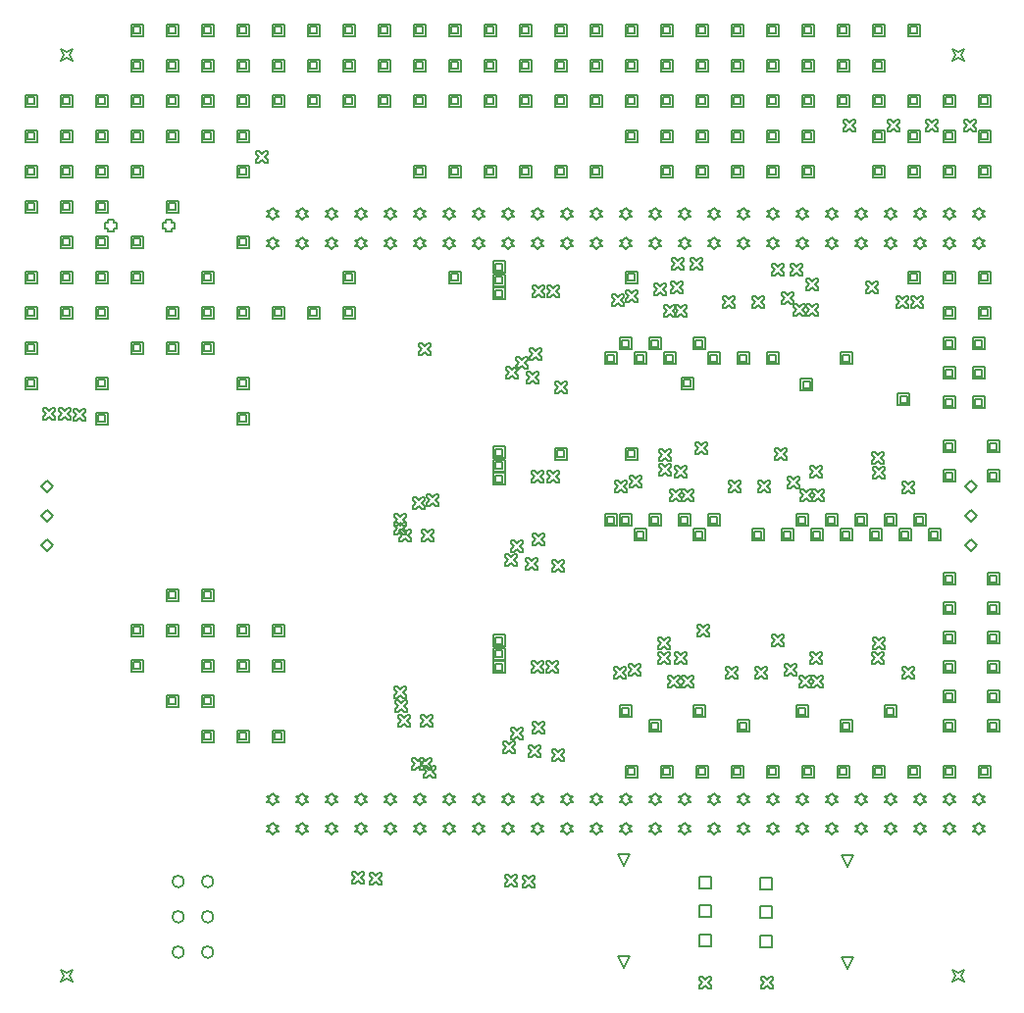
<source format=gbr>
G04*
G04 #@! TF.GenerationSoftware,Altium Limited,Altium Designer,23.6.0 (18)*
G04*
G04 Layer_Color=2752767*
%FSLAX25Y25*%
%MOIN*%
G70*
G04*
G04 #@! TF.SameCoordinates,4C77A988-F8BE-4A75-A6A8-83DB4AFB9164*
G04*
G04*
G04 #@! TF.FilePolarity,Positive*
G04*
G01*
G75*
%ADD16C,0.00500*%
%ADD99C,0.00667*%
D16*
X305500Y166500D02*
X307500Y168500D01*
X309500Y166500D01*
X307500Y164500D01*
X305500Y166500D01*
Y156500D02*
X307500Y158500D01*
X309500Y156500D01*
X307500Y154500D01*
X305500Y156500D01*
Y146500D02*
X307500Y148500D01*
X309500Y146500D01*
X307500Y144500D01*
X305500Y146500D01*
X-8500D02*
X-6500Y148500D01*
X-4500Y146500D01*
X-6500Y144500D01*
X-8500Y146500D01*
Y156500D02*
X-6500Y158500D01*
X-4500Y156500D01*
X-6500Y154500D01*
X-8500Y156500D01*
Y166500D02*
X-6500Y168500D01*
X-4500Y166500D01*
X-6500Y164500D01*
X-8500Y166500D01*
X14157Y254000D02*
Y253000D01*
X16158D01*
Y254000D01*
X17157D01*
Y256000D01*
X16158D01*
Y257000D01*
X14157D01*
Y256000D01*
X13158D01*
Y254000D01*
X14157D01*
X33843D02*
Y253000D01*
X35842D01*
Y254000D01*
X36843D01*
Y256000D01*
X35842D01*
Y257000D01*
X33843D01*
Y256000D01*
X32842D01*
Y254000D01*
X33843D01*
X235941Y9835D02*
Y13835D01*
X239941D01*
Y9835D01*
X235941D01*
Y19677D02*
Y23677D01*
X239941D01*
Y19677D01*
X235941D01*
Y29520D02*
Y33520D01*
X239941D01*
Y29520D01*
X235941D01*
X265500Y2354D02*
X263500Y6354D01*
X267500D01*
X265500Y2354D01*
Y37000D02*
X263500Y41000D01*
X267500D01*
X265500Y37000D01*
X215059Y29842D02*
Y33843D01*
X219059D01*
Y29842D01*
X215059D01*
Y20000D02*
Y24000D01*
X219059D01*
Y20000D01*
X215059D01*
Y10158D02*
Y14157D01*
X219059D01*
Y10158D01*
X215059D01*
X189500Y37323D02*
X187500Y41323D01*
X191500D01*
X189500Y37323D01*
Y2677D02*
X187500Y6677D01*
X191500D01*
X189500Y2677D01*
X301000Y-2000D02*
X302000Y0D01*
X301000Y2000D01*
X303000Y1000D01*
X305000Y2000D01*
X304000Y0D01*
X305000Y-2000D01*
X303000Y-1000D01*
X301000Y-2000D01*
X-2000D02*
X-1000Y0D01*
X-2000Y2000D01*
X0Y1000D01*
X2000Y2000D01*
X1000Y0D01*
X2000Y-2000D01*
X0Y-1000D01*
X-2000Y-2000D01*
X301000Y311000D02*
X302000Y313000D01*
X301000Y315000D01*
X303000Y314000D01*
X305000Y315000D01*
X304000Y313000D01*
X305000Y311000D01*
X303000Y312000D01*
X301000Y311000D01*
X70000Y58000D02*
X71000Y59000D01*
X72000D01*
X71000Y60000D01*
X72000Y61000D01*
X71000D01*
X70000Y62000D01*
X69000Y61000D01*
X68000D01*
X69000Y60000D01*
X68000Y59000D01*
X69000D01*
X70000Y58000D01*
X70000Y48000D02*
X71000Y49000D01*
X72000D01*
X71000Y50000D01*
X72000Y51000D01*
X71000D01*
X70000Y52000D01*
X69000Y51000D01*
X68000D01*
X69000Y50000D01*
X68000Y49000D01*
X69000D01*
X70000Y48000D01*
X80000Y58000D02*
X81000Y59000D01*
X82000D01*
X81000Y60000D01*
X82000Y61000D01*
X81000D01*
X80000Y62000D01*
X79000Y61000D01*
X78000D01*
X79000Y60000D01*
X78000Y59000D01*
X79000D01*
X80000Y58000D01*
X80000Y48000D02*
X81000Y49000D01*
X82000D01*
X81000Y50000D01*
X82000Y51000D01*
X81000D01*
X80000Y52000D01*
X79000Y51000D01*
X78000D01*
X79000Y50000D01*
X78000Y49000D01*
X79000D01*
X80000Y48000D01*
X90000Y58000D02*
X91000Y59000D01*
X92000D01*
X91000Y60000D01*
X92000Y61000D01*
X91000D01*
X90000Y62000D01*
X89000Y61000D01*
X88000D01*
X89000Y60000D01*
X88000Y59000D01*
X89000D01*
X90000Y58000D01*
Y48000D02*
X91000Y49000D01*
X92000D01*
X91000Y50000D01*
X92000Y51000D01*
X91000D01*
X90000Y52000D01*
X89000Y51000D01*
X88000D01*
X89000Y50000D01*
X88000Y49000D01*
X89000D01*
X90000Y48000D01*
X100000Y58000D02*
X101000Y59000D01*
X102000D01*
X101000Y60000D01*
X102000Y61000D01*
X101000D01*
X100000Y62000D01*
X99000Y61000D01*
X98000D01*
X99000Y60000D01*
X98000Y59000D01*
X99000D01*
X100000Y58000D01*
Y48000D02*
X101000Y49000D01*
X102000D01*
X101000Y50000D01*
X102000Y51000D01*
X101000D01*
X100000Y52000D01*
X99000Y51000D01*
X98000D01*
X99000Y50000D01*
X98000Y49000D01*
X99000D01*
X100000Y48000D01*
X110000Y58000D02*
X111000Y59000D01*
X112000D01*
X111000Y60000D01*
X112000Y61000D01*
X111000D01*
X110000Y62000D01*
X109000Y61000D01*
X108000D01*
X109000Y60000D01*
X108000Y59000D01*
X109000D01*
X110000Y58000D01*
X110000Y48000D02*
X111000Y49000D01*
X112000D01*
X111000Y50000D01*
X112000Y51000D01*
X111000D01*
X110000Y52000D01*
X109000Y51000D01*
X108000D01*
X109000Y50000D01*
X108000Y49000D01*
X109000D01*
X110000Y48000D01*
X120000Y58000D02*
X121000Y59000D01*
X122000D01*
X121000Y60000D01*
X122000Y61000D01*
X121000D01*
X120000Y62000D01*
X119000Y61000D01*
X118000D01*
X119000Y60000D01*
X118000Y59000D01*
X119000D01*
X120000Y58000D01*
Y48000D02*
X121000Y49000D01*
X122000D01*
X121000Y50000D01*
X122000Y51000D01*
X121000D01*
X120000Y52000D01*
X119000Y51000D01*
X118000D01*
X119000Y50000D01*
X118000Y49000D01*
X119000D01*
X120000Y48000D01*
X130000Y58000D02*
X131000Y59000D01*
X132000D01*
X131000Y60000D01*
X132000Y61000D01*
X131000D01*
X130000Y62000D01*
X129000Y61000D01*
X128000D01*
X129000Y60000D01*
X128000Y59000D01*
X129000D01*
X130000Y58000D01*
X130000Y48000D02*
X131000Y49000D01*
X132000D01*
X131000Y50000D01*
X132000Y51000D01*
X131000D01*
X130000Y52000D01*
X129000Y51000D01*
X128000D01*
X129000Y50000D01*
X128000Y49000D01*
X129000D01*
X130000Y48000D01*
X140000Y58000D02*
X141000Y59000D01*
X142000D01*
X141000Y60000D01*
X142000Y61000D01*
X141000D01*
X140000Y62000D01*
X139000Y61000D01*
X138000D01*
X139000Y60000D01*
X138000Y59000D01*
X139000D01*
X140000Y58000D01*
X140000Y48000D02*
X141000Y49000D01*
X142000D01*
X141000Y50000D01*
X142000Y51000D01*
X141000D01*
X140000Y52000D01*
X139000Y51000D01*
X138000D01*
X139000Y50000D01*
X138000Y49000D01*
X139000D01*
X140000Y48000D01*
X150000Y58000D02*
X151000Y59000D01*
X152000D01*
X151000Y60000D01*
X152000Y61000D01*
X151000D01*
X150000Y62000D01*
X149000Y61000D01*
X148000D01*
X149000Y60000D01*
X148000Y59000D01*
X149000D01*
X150000Y58000D01*
Y48000D02*
X151000Y49000D01*
X152000D01*
X151000Y50000D01*
X152000Y51000D01*
X151000D01*
X150000Y52000D01*
X149000Y51000D01*
X148000D01*
X149000Y50000D01*
X148000Y49000D01*
X149000D01*
X150000Y48000D01*
X160000Y58000D02*
X161000Y59000D01*
X162000D01*
X161000Y60000D01*
X162000Y61000D01*
X161000D01*
X160000Y62000D01*
X159000Y61000D01*
X158000D01*
X159000Y60000D01*
X158000Y59000D01*
X159000D01*
X160000Y58000D01*
X160000Y48000D02*
X161000Y49000D01*
X162000D01*
X161000Y50000D01*
X162000Y51000D01*
X161000D01*
X160000Y52000D01*
X159000Y51000D01*
X158000D01*
X159000Y50000D01*
X158000Y49000D01*
X159000D01*
X160000Y48000D01*
X170000Y58000D02*
X171000Y59000D01*
X172000D01*
X171000Y60000D01*
X172000Y61000D01*
X171000D01*
X170000Y62000D01*
X169000Y61000D01*
X168000D01*
X169000Y60000D01*
X168000Y59000D01*
X169000D01*
X170000Y58000D01*
X170000Y48000D02*
X171000Y49000D01*
X172000D01*
X171000Y50000D01*
X172000Y51000D01*
X171000D01*
X170000Y52000D01*
X169000Y51000D01*
X168000D01*
X169000Y50000D01*
X168000Y49000D01*
X169000D01*
X170000Y48000D01*
X180000Y58000D02*
X181000Y59000D01*
X182000D01*
X181000Y60000D01*
X182000Y61000D01*
X181000D01*
X180000Y62000D01*
X179000Y61000D01*
X178000D01*
X179000Y60000D01*
X178000Y59000D01*
X179000D01*
X180000Y58000D01*
Y48000D02*
X181000Y49000D01*
X182000D01*
X181000Y50000D01*
X182000Y51000D01*
X181000D01*
X180000Y52000D01*
X179000Y51000D01*
X178000D01*
X179000Y50000D01*
X178000Y49000D01*
X179000D01*
X180000Y48000D01*
X190000Y58000D02*
X191000Y59000D01*
X192000D01*
X191000Y60000D01*
X192000Y61000D01*
X191000D01*
X190000Y62000D01*
X189000Y61000D01*
X188000D01*
X189000Y60000D01*
X188000Y59000D01*
X189000D01*
X190000Y58000D01*
Y48000D02*
X191000Y49000D01*
X192000D01*
X191000Y50000D01*
X192000Y51000D01*
X191000D01*
X190000Y52000D01*
X189000Y51000D01*
X188000D01*
X189000Y50000D01*
X188000Y49000D01*
X189000D01*
X190000Y48000D01*
X200000Y58000D02*
X201000Y59000D01*
X202000D01*
X201000Y60000D01*
X202000Y61000D01*
X201000D01*
X200000Y62000D01*
X199000Y61000D01*
X198000D01*
X199000Y60000D01*
X198000Y59000D01*
X199000D01*
X200000Y58000D01*
Y48000D02*
X201000Y49000D01*
X202000D01*
X201000Y50000D01*
X202000Y51000D01*
X201000D01*
X200000Y52000D01*
X199000Y51000D01*
X198000D01*
X199000Y50000D01*
X198000Y49000D01*
X199000D01*
X200000Y48000D01*
X210000Y58000D02*
X211000Y59000D01*
X212000D01*
X211000Y60000D01*
X212000Y61000D01*
X211000D01*
X210000Y62000D01*
X209000Y61000D01*
X208000D01*
X209000Y60000D01*
X208000Y59000D01*
X209000D01*
X210000Y58000D01*
X210000Y48000D02*
X211000Y49000D01*
X212000D01*
X211000Y50000D01*
X212000Y51000D01*
X211000D01*
X210000Y52000D01*
X209000Y51000D01*
X208000D01*
X209000Y50000D01*
X208000Y49000D01*
X209000D01*
X210000Y48000D01*
X220000Y58000D02*
X221000Y59000D01*
X222000D01*
X221000Y60000D01*
X222000Y61000D01*
X221000D01*
X220000Y62000D01*
X219000Y61000D01*
X218000D01*
X219000Y60000D01*
X218000Y59000D01*
X219000D01*
X220000Y58000D01*
X220000Y48000D02*
X221000Y49000D01*
X222000D01*
X221000Y50000D01*
X222000Y51000D01*
X221000D01*
X220000Y52000D01*
X219000Y51000D01*
X218000D01*
X219000Y50000D01*
X218000Y49000D01*
X219000D01*
X220000Y48000D01*
X230000Y58000D02*
X231000Y59000D01*
X232000D01*
X231000Y60000D01*
X232000Y61000D01*
X231000D01*
X230000Y62000D01*
X229000Y61000D01*
X228000D01*
X229000Y60000D01*
X228000Y59000D01*
X229000D01*
X230000Y58000D01*
Y48000D02*
X231000Y49000D01*
X232000D01*
X231000Y50000D01*
X232000Y51000D01*
X231000D01*
X230000Y52000D01*
X229000Y51000D01*
X228000D01*
X229000Y50000D01*
X228000Y49000D01*
X229000D01*
X230000Y48000D01*
X240000Y58000D02*
X241000Y59000D01*
X242000D01*
X241000Y60000D01*
X242000Y61000D01*
X241000D01*
X240000Y62000D01*
X239000Y61000D01*
X238000D01*
X239000Y60000D01*
X238000Y59000D01*
X239000D01*
X240000Y58000D01*
Y48000D02*
X241000Y49000D01*
X242000D01*
X241000Y50000D01*
X242000Y51000D01*
X241000D01*
X240000Y52000D01*
X239000Y51000D01*
X238000D01*
X239000Y50000D01*
X238000Y49000D01*
X239000D01*
X240000Y48000D01*
X250000Y58000D02*
X251000Y59000D01*
X252000D01*
X251000Y60000D01*
X252000Y61000D01*
X251000D01*
X250000Y62000D01*
X249000Y61000D01*
X248000D01*
X249000Y60000D01*
X248000Y59000D01*
X249000D01*
X250000Y58000D01*
X250000Y48000D02*
X251000Y49000D01*
X252000D01*
X251000Y50000D01*
X252000Y51000D01*
X251000D01*
X250000Y52000D01*
X249000Y51000D01*
X248000D01*
X249000Y50000D01*
X248000Y49000D01*
X249000D01*
X250000Y48000D01*
X260000Y58000D02*
X261000Y59000D01*
X262000D01*
X261000Y60000D01*
X262000Y61000D01*
X261000D01*
X260000Y62000D01*
X259000Y61000D01*
X258000D01*
X259000Y60000D01*
X258000Y59000D01*
X259000D01*
X260000Y58000D01*
X260000Y48000D02*
X261000Y49000D01*
X262000D01*
X261000Y50000D01*
X262000Y51000D01*
X261000D01*
X260000Y52000D01*
X259000Y51000D01*
X258000D01*
X259000Y50000D01*
X258000Y49000D01*
X259000D01*
X260000Y48000D01*
X270000Y58000D02*
X271000Y59000D01*
X272000D01*
X271000Y60000D01*
X272000Y61000D01*
X271000D01*
X270000Y62000D01*
X269000Y61000D01*
X268000D01*
X269000Y60000D01*
X268000Y59000D01*
X269000D01*
X270000Y58000D01*
Y48000D02*
X271000Y49000D01*
X272000D01*
X271000Y50000D01*
X272000Y51000D01*
X271000D01*
X270000Y52000D01*
X269000Y51000D01*
X268000D01*
X269000Y50000D01*
X268000Y49000D01*
X269000D01*
X270000Y48000D01*
X280000Y58000D02*
X281000Y59000D01*
X282000D01*
X281000Y60000D01*
X282000Y61000D01*
X281000D01*
X280000Y62000D01*
X279000Y61000D01*
X278000D01*
X279000Y60000D01*
X278000Y59000D01*
X279000D01*
X280000Y58000D01*
X280000Y48000D02*
X281000Y49000D01*
X282000D01*
X281000Y50000D01*
X282000Y51000D01*
X281000D01*
X280000Y52000D01*
X279000Y51000D01*
X278000D01*
X279000Y50000D01*
X278000Y49000D01*
X279000D01*
X280000Y48000D01*
X290000Y58000D02*
X291000Y59000D01*
X292000D01*
X291000Y60000D01*
X292000Y61000D01*
X291000D01*
X290000Y62000D01*
X289000Y61000D01*
X288000D01*
X289000Y60000D01*
X288000Y59000D01*
X289000D01*
X290000Y58000D01*
Y48000D02*
X291000Y49000D01*
X292000D01*
X291000Y50000D01*
X292000Y51000D01*
X291000D01*
X290000Y52000D01*
X289000Y51000D01*
X288000D01*
X289000Y50000D01*
X288000Y49000D01*
X289000D01*
X290000Y48000D01*
X300000Y58000D02*
X301000Y59000D01*
X302000D01*
X301000Y60000D01*
X302000Y61000D01*
X301000D01*
X300000Y62000D01*
X299000Y61000D01*
X298000D01*
X299000Y60000D01*
X298000Y59000D01*
X299000D01*
X300000Y58000D01*
X300000Y48000D02*
X301000Y49000D01*
X302000D01*
X301000Y50000D01*
X302000Y51000D01*
X301000D01*
X300000Y52000D01*
X299000Y51000D01*
X298000D01*
X299000Y50000D01*
X298000Y49000D01*
X299000D01*
X300000Y48000D01*
X310000Y58000D02*
X311000Y59000D01*
X312000D01*
X311000Y60000D01*
X312000Y61000D01*
X311000D01*
X310000Y62000D01*
X309000Y61000D01*
X308000D01*
X309000Y60000D01*
X308000Y59000D01*
X309000D01*
X310000Y58000D01*
X310000Y48000D02*
X311000Y49000D01*
X312000D01*
X311000Y50000D01*
X312000Y51000D01*
X311000D01*
X310000Y52000D01*
X309000Y51000D01*
X308000D01*
X309000Y50000D01*
X308000Y49000D01*
X309000D01*
X310000Y48000D01*
X210000Y256968D02*
X211000Y257968D01*
X212000D01*
X211000Y258968D01*
X212000Y259968D01*
X211000D01*
X210000Y260968D01*
X209000Y259968D01*
X208000D01*
X209000Y258968D01*
X208000Y257968D01*
X209000D01*
X210000Y256968D01*
X190000Y246969D02*
X191000Y247969D01*
X192000D01*
X191000Y248969D01*
X192000Y249969D01*
X191000D01*
X190000Y250969D01*
X189000Y249969D01*
X188000D01*
X189000Y248969D01*
X188000Y247969D01*
X189000D01*
X190000Y246969D01*
X200000D02*
X201000Y247969D01*
X202000D01*
X201000Y248969D01*
X202000Y249969D01*
X201000D01*
X200000Y250969D01*
X199000Y249969D01*
X198000D01*
X199000Y248969D01*
X198000Y247969D01*
X199000D01*
X200000Y246969D01*
X240000Y256968D02*
X241000Y257968D01*
X242000D01*
X241000Y258968D01*
X242000Y259968D01*
X241000D01*
X240000Y260968D01*
X239000Y259968D01*
X238000D01*
X239000Y258968D01*
X238000Y257968D01*
X239000D01*
X240000Y256968D01*
X230000Y246969D02*
X231000Y247969D01*
X232000D01*
X231000Y248969D01*
X232000Y249969D01*
X231000D01*
X230000Y250969D01*
X229000Y249969D01*
X228000D01*
X229000Y248969D01*
X228000Y247969D01*
X229000D01*
X230000Y246969D01*
X210000D02*
X211000Y247969D01*
X212000D01*
X211000Y248969D01*
X212000Y249969D01*
X211000D01*
X210000Y250969D01*
X209000Y249969D01*
X208000D01*
X209000Y248969D01*
X208000Y247969D01*
X209000D01*
X210000Y246969D01*
X180000Y256968D02*
X181000Y257968D01*
X182000D01*
X181000Y258968D01*
X182000Y259968D01*
X181000D01*
X180000Y260968D01*
X179000Y259968D01*
X178000D01*
X179000Y258968D01*
X178000Y257968D01*
X179000D01*
X180000Y256968D01*
X240000Y246969D02*
X241000Y247969D01*
X242000D01*
X241000Y248969D01*
X242000Y249969D01*
X241000D01*
X240000Y250969D01*
X239000Y249969D01*
X238000D01*
X239000Y248969D01*
X238000Y247969D01*
X239000D01*
X240000Y246969D01*
X220000D02*
X221000Y247969D01*
X222000D01*
X221000Y248969D01*
X222000Y249969D01*
X221000D01*
X220000Y250969D01*
X219000Y249969D01*
X218000D01*
X219000Y248969D01*
X218000Y247969D01*
X219000D01*
X220000Y246969D01*
X250000D02*
X251000Y247969D01*
X252000D01*
X251000Y248969D01*
X252000Y249969D01*
X251000D01*
X250000Y250969D01*
X249000Y249969D01*
X248000D01*
X249000Y248969D01*
X248000Y247969D01*
X249000D01*
X250000Y246969D01*
X270000D02*
X271000Y247969D01*
X272000D01*
X271000Y248969D01*
X272000Y249969D01*
X271000D01*
X270000Y250969D01*
X269000Y249969D01*
X268000D01*
X269000Y248969D01*
X268000Y247969D01*
X269000D01*
X270000Y246969D01*
X280000Y256968D02*
X281000Y257968D01*
X282000D01*
X281000Y258968D01*
X282000Y259968D01*
X281000D01*
X280000Y260968D01*
X279000Y259968D01*
X278000D01*
X279000Y258968D01*
X278000Y257968D01*
X279000D01*
X280000Y256968D01*
X280000Y246969D02*
X281000Y247969D01*
X282000D01*
X281000Y248969D01*
X282000Y249969D01*
X281000D01*
X280000Y250969D01*
X279000Y249969D01*
X278000D01*
X279000Y248969D01*
X278000Y247969D01*
X279000D01*
X280000Y246969D01*
X290000Y256968D02*
X291000Y257968D01*
X292000D01*
X291000Y258968D01*
X292000Y259968D01*
X291000D01*
X290000Y260968D01*
X289000Y259968D01*
X288000D01*
X289000Y258968D01*
X288000Y257968D01*
X289000D01*
X290000Y256968D01*
X290000Y246969D02*
X291000Y247969D01*
X292000D01*
X291000Y248969D01*
X292000Y249969D01*
X291000D01*
X290000Y250969D01*
X289000Y249969D01*
X288000D01*
X289000Y248969D01*
X288000Y247969D01*
X289000D01*
X290000Y246969D01*
X300000Y256968D02*
X301000Y257968D01*
X302000D01*
X301000Y258968D01*
X302000Y259968D01*
X301000D01*
X300000Y260968D01*
X299000Y259968D01*
X298000D01*
X299000Y258968D01*
X298000Y257968D01*
X299000D01*
X300000Y256968D01*
Y246969D02*
X301000Y247969D01*
X302000D01*
X301000Y248969D01*
X302000Y249969D01*
X301000D01*
X300000Y250969D01*
X299000Y249969D01*
X298000D01*
X299000Y248969D01*
X298000Y247969D01*
X299000D01*
X300000Y246969D01*
X310000D02*
X311000Y247969D01*
X312000D01*
X311000Y248969D01*
X312000Y249969D01*
X311000D01*
X310000Y250969D01*
X309000Y249969D01*
X308000D01*
X309000Y248969D01*
X308000Y247969D01*
X309000D01*
X310000Y246969D01*
X260000Y256968D02*
X261000Y257968D01*
X262000D01*
X261000Y258968D01*
X262000Y259968D01*
X261000D01*
X260000Y260968D01*
X259000Y259968D01*
X258000D01*
X259000Y258968D01*
X258000Y257968D01*
X259000D01*
X260000Y256968D01*
X250000Y256968D02*
X251000Y257968D01*
X252000D01*
X251000Y258968D01*
X252000Y259968D01*
X251000D01*
X250000Y260968D01*
X249000Y259968D01*
X248000D01*
X249000Y258968D01*
X248000Y257968D01*
X249000D01*
X250000Y256968D01*
X260000Y246969D02*
X261000Y247969D01*
X262000D01*
X261000Y248969D01*
X262000Y249969D01*
X261000D01*
X260000Y250969D01*
X259000Y249969D01*
X258000D01*
X259000Y248969D01*
X258000Y247969D01*
X259000D01*
X260000Y246969D01*
X270000Y256968D02*
X271000Y257968D01*
X272000D01*
X271000Y258968D01*
X272000Y259968D01*
X271000D01*
X270000Y260968D01*
X269000Y259968D01*
X268000D01*
X269000Y258968D01*
X268000Y257968D01*
X269000D01*
X270000Y256968D01*
X310000D02*
X311000Y257968D01*
X312000D01*
X311000Y258968D01*
X312000Y259968D01*
X311000D01*
X310000Y260968D01*
X309000Y259968D01*
X308000D01*
X309000Y258968D01*
X308000Y257968D01*
X309000D01*
X310000Y256968D01*
X170000D02*
X171000Y257968D01*
X172000D01*
X171000Y258968D01*
X172000Y259968D01*
X171000D01*
X170000Y260968D01*
X169000Y259968D01*
X168000D01*
X169000Y258968D01*
X168000Y257968D01*
X169000D01*
X170000Y256968D01*
X230000D02*
X231000Y257968D01*
X232000D01*
X231000Y258968D01*
X232000Y259968D01*
X231000D01*
X230000Y260968D01*
X229000Y259968D01*
X228000D01*
X229000Y258968D01*
X228000Y257968D01*
X229000D01*
X230000Y256968D01*
X220000D02*
X221000Y257968D01*
X222000D01*
X221000Y258968D01*
X222000Y259968D01*
X221000D01*
X220000Y260968D01*
X219000Y259968D01*
X218000D01*
X219000Y258968D01*
X218000Y257968D01*
X219000D01*
X220000Y256968D01*
X200000Y256968D02*
X201000Y257968D01*
X202000D01*
X201000Y258968D01*
X202000Y259968D01*
X201000D01*
X200000Y260968D01*
X199000Y259968D01*
X198000D01*
X199000Y258968D01*
X198000Y257968D01*
X199000D01*
X200000Y256968D01*
X190000D02*
X191000Y257968D01*
X192000D01*
X191000Y258968D01*
X192000Y259968D01*
X191000D01*
X190000Y260968D01*
X189000Y259968D01*
X188000D01*
X189000Y258968D01*
X188000Y257968D01*
X189000D01*
X190000Y256968D01*
X180000Y246969D02*
X181000Y247969D01*
X182000D01*
X181000Y248969D01*
X182000Y249969D01*
X181000D01*
X180000Y250969D01*
X179000Y249969D01*
X178000D01*
X179000Y248969D01*
X178000Y247969D01*
X179000D01*
X180000Y246969D01*
X170000D02*
X171000Y247969D01*
X172000D01*
X171000Y248969D01*
X172000Y249969D01*
X171000D01*
X170000Y250969D01*
X169000Y249969D01*
X168000D01*
X169000Y248969D01*
X168000Y247969D01*
X169000D01*
X170000Y246969D01*
X150000Y256968D02*
X151000Y257968D01*
X152000D01*
X151000Y258968D01*
X152000Y259968D01*
X151000D01*
X150000Y260968D01*
X149000Y259968D01*
X148000D01*
X149000Y258968D01*
X148000Y257968D01*
X149000D01*
X150000Y256968D01*
X160000Y246969D02*
X161000Y247969D01*
X162000D01*
X161000Y248969D01*
X162000Y249969D01*
X161000D01*
X160000Y250969D01*
X159000Y249969D01*
X158000D01*
X159000Y248969D01*
X158000Y247969D01*
X159000D01*
X160000Y246969D01*
X140000D02*
X141000Y247969D01*
X142000D01*
X141000Y248969D01*
X142000Y249969D01*
X141000D01*
X140000Y250969D01*
X139000Y249969D01*
X138000D01*
X139000Y248969D01*
X138000Y247969D01*
X139000D01*
X140000Y246969D01*
X160000Y256968D02*
X161000Y257968D01*
X162000D01*
X161000Y258968D01*
X162000Y259968D01*
X161000D01*
X160000Y260968D01*
X159000Y259968D01*
X158000D01*
X159000Y258968D01*
X158000Y257968D01*
X159000D01*
X160000Y256968D01*
X150000Y246969D02*
X151000Y247969D01*
X152000D01*
X151000Y248969D01*
X152000Y249969D01*
X151000D01*
X150000Y250969D01*
X149000Y249969D01*
X148000D01*
X149000Y248969D01*
X148000Y247969D01*
X149000D01*
X150000Y246969D01*
X140000Y256968D02*
X141000Y257968D01*
X142000D01*
X141000Y258968D01*
X142000Y259968D01*
X141000D01*
X140000Y260968D01*
X139000Y259968D01*
X138000D01*
X139000Y258968D01*
X138000Y257968D01*
X139000D01*
X140000Y256968D01*
X130000Y256968D02*
X131000Y257968D01*
X132000D01*
X131000Y258968D01*
X132000Y259968D01*
X131000D01*
X130000Y260968D01*
X129000Y259968D01*
X128000D01*
X129000Y258968D01*
X128000Y257968D01*
X129000D01*
X130000Y256968D01*
X70000Y256968D02*
X71000Y257968D01*
X72000D01*
X71000Y258968D01*
X72000Y259968D01*
X71000D01*
X70000Y260968D01*
X69000Y259968D01*
X68000D01*
X69000Y258968D01*
X68000Y257968D01*
X69000D01*
X70000Y256968D01*
X80000Y256968D02*
X81000Y257968D01*
X82000D01*
X81000Y258968D01*
X82000Y259968D01*
X81000D01*
X80000Y260968D01*
X79000Y259968D01*
X78000D01*
X79000Y258968D01*
X78000Y257968D01*
X79000D01*
X80000Y256968D01*
X90000D02*
X91000Y257968D01*
X92000D01*
X91000Y258968D01*
X92000Y259968D01*
X91000D01*
X90000Y260968D01*
X89000Y259968D01*
X88000D01*
X89000Y258968D01*
X88000Y257968D01*
X89000D01*
X90000Y256968D01*
X90000Y246969D02*
X91000Y247969D01*
X92000D01*
X91000Y248969D01*
X92000Y249969D01*
X91000D01*
X90000Y250969D01*
X89000Y249969D01*
X88000D01*
X89000Y248969D01*
X88000Y247969D01*
X89000D01*
X90000Y246969D01*
X100000Y256968D02*
X101000Y257968D01*
X102000D01*
X101000Y258968D01*
X102000Y259968D01*
X101000D01*
X100000Y260968D01*
X99000Y259968D01*
X98000D01*
X99000Y258968D01*
X98000Y257968D01*
X99000D01*
X100000Y256968D01*
X110000D02*
X111000Y257968D01*
X112000D01*
X111000Y258968D01*
X112000Y259968D01*
X111000D01*
X110000Y260968D01*
X109000Y259968D01*
X108000D01*
X109000Y258968D01*
X108000Y257968D01*
X109000D01*
X110000Y256968D01*
Y246969D02*
X111000Y247969D01*
X112000D01*
X111000Y248969D01*
X112000Y249969D01*
X111000D01*
X110000Y250969D01*
X109000Y249969D01*
X108000D01*
X109000Y248969D01*
X108000Y247969D01*
X109000D01*
X110000Y246969D01*
X120000D02*
X121000Y247969D01*
X122000D01*
X121000Y248969D01*
X122000Y249969D01*
X121000D01*
X120000Y250969D01*
X119000Y249969D01*
X118000D01*
X119000Y248969D01*
X118000Y247969D01*
X119000D01*
X120000Y246969D01*
X100000D02*
X101000Y247969D01*
X102000D01*
X101000Y248969D01*
X102000Y249969D01*
X101000D01*
X100000Y250969D01*
X99000Y249969D01*
X98000D01*
X99000Y248969D01*
X98000Y247969D01*
X99000D01*
X100000Y246969D01*
X130000D02*
X131000Y247969D01*
X132000D01*
X131000Y248969D01*
X132000Y249969D01*
X131000D01*
X130000Y250969D01*
X129000Y249969D01*
X128000D01*
X129000Y248969D01*
X128000Y247969D01*
X129000D01*
X130000Y246969D01*
X80000D02*
X81000Y247969D01*
X82000D01*
X81000Y248969D01*
X82000Y249969D01*
X81000D01*
X80000Y250969D01*
X79000Y249969D01*
X78000D01*
X79000Y248969D01*
X78000Y247969D01*
X79000D01*
X80000Y246969D01*
X70000D02*
X71000Y247969D01*
X72000D01*
X71000Y248969D01*
X72000Y249969D01*
X71000D01*
X70000Y250969D01*
X69000Y249969D01*
X68000D01*
X69000Y248969D01*
X68000Y247969D01*
X69000D01*
X70000Y246969D01*
X120000Y256968D02*
X121000Y257968D01*
X122000D01*
X121000Y258968D01*
X122000Y259968D01*
X121000D01*
X120000Y260968D01*
X119000Y259968D01*
X118000D01*
X119000Y258968D01*
X118000Y257968D01*
X119000D01*
X120000Y256968D01*
X-2000Y311000D02*
X-1000Y313000D01*
X-2000Y315000D01*
X0Y314000D01*
X2000Y315000D01*
X1000Y313000D01*
X2000Y311000D01*
X0Y312000D01*
X-2000Y311000D01*
X183000Y153000D02*
Y157000D01*
X187000D01*
Y153000D01*
X183000D01*
X183800Y153800D02*
Y156200D01*
X186200D01*
Y153800D01*
X183800D01*
X188000Y88000D02*
Y92000D01*
X192000D01*
Y88000D01*
X188000D01*
X188800Y88800D02*
Y91200D01*
X191200D01*
Y88800D01*
X188800D01*
X198000Y83000D02*
Y87000D01*
X202000D01*
Y83000D01*
X198000D01*
X198800Y83800D02*
Y86200D01*
X201200D01*
Y83800D01*
X198800D01*
X213000Y88000D02*
Y92000D01*
X217000D01*
Y88000D01*
X213000D01*
X213800Y88800D02*
Y91200D01*
X216200D01*
Y88800D01*
X213800D01*
X228000Y83000D02*
Y87000D01*
X232000D01*
Y83000D01*
X228000D01*
X228800Y83800D02*
Y86200D01*
X231200D01*
Y83800D01*
X228800D01*
X248000Y88000D02*
Y92000D01*
X252000D01*
Y88000D01*
X248000D01*
X248800Y88800D02*
Y91200D01*
X251200D01*
Y88800D01*
X248800D01*
X263000Y83000D02*
Y87000D01*
X267000D01*
Y83000D01*
X263000D01*
X263800Y83800D02*
Y86200D01*
X266200D01*
Y83800D01*
X263800D01*
X278000Y88000D02*
Y92000D01*
X282000D01*
Y88000D01*
X278000D01*
X278800Y88800D02*
Y91200D01*
X281200D01*
Y88800D01*
X278800D01*
X298000Y83000D02*
Y87000D01*
X302000D01*
Y83000D01*
X298000D01*
X298800Y83800D02*
Y86200D01*
X301200D01*
Y83800D01*
X298800D01*
X313000Y83000D02*
Y87000D01*
X317000D01*
Y83000D01*
X313000D01*
X313800Y83800D02*
Y86200D01*
X316200D01*
Y83800D01*
X313800D01*
X298000Y93000D02*
Y97000D01*
X302000D01*
Y93000D01*
X298000D01*
X298800Y93800D02*
Y96200D01*
X301200D01*
Y93800D01*
X298800D01*
X313000Y93000D02*
Y97000D01*
X317000D01*
Y93000D01*
X313000D01*
X313800Y93800D02*
Y96200D01*
X316200D01*
Y93800D01*
X313800D01*
X313000Y103000D02*
Y107000D01*
X317000D01*
Y103000D01*
X313000D01*
X313800Y103800D02*
Y106200D01*
X316200D01*
Y103800D01*
X313800D01*
X298000Y103000D02*
Y107000D01*
X302000D01*
Y103000D01*
X298000D01*
X298800Y103800D02*
Y106200D01*
X301200D01*
Y103800D01*
X298800D01*
X298000Y113000D02*
Y117000D01*
X302000D01*
Y113000D01*
X298000D01*
X298800Y113800D02*
Y116200D01*
X301200D01*
Y113800D01*
X298800D01*
X313000Y113000D02*
Y117000D01*
X317000D01*
Y113000D01*
X313000D01*
X313800Y113800D02*
Y116200D01*
X316200D01*
Y113800D01*
X313800D01*
X313000Y123000D02*
Y127000D01*
X317000D01*
Y123000D01*
X313000D01*
X313800Y123800D02*
Y126200D01*
X316200D01*
Y123800D01*
X313800D01*
X298000Y123000D02*
Y127000D01*
X302000D01*
Y123000D01*
X298000D01*
X298800Y123800D02*
Y126200D01*
X301200D01*
Y123800D01*
X298800D01*
X298000Y133000D02*
Y137000D01*
X302000D01*
Y133000D01*
X298000D01*
X298800Y133800D02*
Y136200D01*
X301200D01*
Y133800D01*
X298800D01*
X313000Y133000D02*
Y137000D01*
X317000D01*
Y133000D01*
X313000D01*
X313800Y133800D02*
Y136200D01*
X316200D01*
Y133800D01*
X313800D01*
X293000Y148000D02*
Y152000D01*
X297000D01*
Y148000D01*
X293000D01*
X293800Y148800D02*
Y151200D01*
X296200D01*
Y148800D01*
X293800D01*
X288000Y153000D02*
Y157000D01*
X292000D01*
Y153000D01*
X288000D01*
X288800Y153800D02*
Y156200D01*
X291200D01*
Y153800D01*
X288800D01*
X248000Y153000D02*
Y157000D01*
X252000D01*
Y153000D01*
X248000D01*
X248800Y153800D02*
Y156200D01*
X251200D01*
Y153800D01*
X248800D01*
X258000Y153000D02*
Y157000D01*
X262000D01*
Y153000D01*
X258000D01*
X258800Y153800D02*
Y156200D01*
X261200D01*
Y153800D01*
X258800D01*
X268000Y153000D02*
Y157000D01*
X272000D01*
Y153000D01*
X268000D01*
X268800Y153800D02*
Y156200D01*
X271200D01*
Y153800D01*
X268800D01*
X278000Y153000D02*
Y157000D01*
X282000D01*
Y153000D01*
X278000D01*
X278800Y153800D02*
Y156200D01*
X281200D01*
Y153800D01*
X278800D01*
X283000Y148000D02*
Y152000D01*
X287000D01*
Y148000D01*
X283000D01*
X283800Y148800D02*
Y151200D01*
X286200D01*
Y148800D01*
X283800D01*
X273000Y148000D02*
Y152000D01*
X277000D01*
Y148000D01*
X273000D01*
X273800Y148800D02*
Y151200D01*
X276200D01*
Y148800D01*
X273800D01*
X263000Y148000D02*
Y152000D01*
X267000D01*
Y148000D01*
X263000D01*
X263800Y148800D02*
Y151200D01*
X266200D01*
Y148800D01*
X263800D01*
X253000Y148000D02*
Y152000D01*
X257000D01*
Y148000D01*
X253000D01*
X253800Y148800D02*
Y151200D01*
X256200D01*
Y148800D01*
X253800D01*
X243000Y148000D02*
Y152000D01*
X247000D01*
Y148000D01*
X243000D01*
X243800Y148800D02*
Y151200D01*
X246200D01*
Y148800D01*
X243800D01*
X193000Y148000D02*
Y152000D01*
X197000D01*
Y148000D01*
X193000D01*
X193800Y148800D02*
Y151200D01*
X196200D01*
Y148800D01*
X193800D01*
X213000Y148000D02*
Y152000D01*
X217000D01*
Y148000D01*
X213000D01*
X213800Y148800D02*
Y151200D01*
X216200D01*
Y148800D01*
X213800D01*
X233000Y148000D02*
Y152000D01*
X237000D01*
Y148000D01*
X233000D01*
X233800Y148800D02*
Y151200D01*
X236200D01*
Y148800D01*
X233800D01*
X218000Y153000D02*
Y157000D01*
X222000D01*
Y153000D01*
X218000D01*
X218800Y153800D02*
Y156200D01*
X221200D01*
Y153800D01*
X218800D01*
X208000Y153000D02*
Y157000D01*
X212000D01*
Y153000D01*
X208000D01*
X208800Y153800D02*
Y156200D01*
X211200D01*
Y153800D01*
X208800D01*
X198000Y153000D02*
Y157000D01*
X202000D01*
Y153000D01*
X198000D01*
X198800Y153800D02*
Y156200D01*
X201200D01*
Y153800D01*
X198800D01*
X188000Y153000D02*
Y157000D01*
X192000D01*
Y153000D01*
X188000D01*
X188800Y153800D02*
Y156200D01*
X191200D01*
Y153800D01*
X188800D01*
X313000Y178000D02*
Y182000D01*
X317000D01*
Y178000D01*
X313000D01*
X313800Y178800D02*
Y181200D01*
X316200D01*
Y178800D01*
X313800D01*
X298000Y178000D02*
Y182000D01*
X302000D01*
Y178000D01*
X298000D01*
X298800Y178800D02*
Y181200D01*
X301200D01*
Y178800D01*
X298800D01*
X298000Y168000D02*
Y172000D01*
X302000D01*
Y168000D01*
X298000D01*
X298800Y168800D02*
Y171200D01*
X301200D01*
Y168800D01*
X298800D01*
X313000Y168000D02*
Y172000D01*
X317000D01*
Y168000D01*
X313000D01*
X313800Y168800D02*
Y171200D01*
X316200D01*
Y168800D01*
X313800D01*
X213000Y213000D02*
Y217000D01*
X217000D01*
Y213000D01*
X213000D01*
X213800Y213800D02*
Y216200D01*
X216200D01*
Y213800D01*
X213800D01*
X198000Y213000D02*
Y217000D01*
X202000D01*
Y213000D01*
X198000D01*
X198800Y213800D02*
Y216200D01*
X201200D01*
Y213800D01*
X198800D01*
X188000Y213000D02*
Y217000D01*
X192000D01*
Y213000D01*
X188000D01*
X188800Y213800D02*
Y216200D01*
X191200D01*
Y213800D01*
X188800D01*
X183000Y208000D02*
Y212000D01*
X187000D01*
Y208000D01*
X183000D01*
X183800Y208800D02*
Y211200D01*
X186200D01*
Y208800D01*
X183800D01*
X193000Y208000D02*
Y212000D01*
X197000D01*
Y208000D01*
X193000D01*
X193800Y208800D02*
Y211200D01*
X196200D01*
Y208800D01*
X193800D01*
X203000Y208000D02*
Y212000D01*
X207000D01*
Y208000D01*
X203000D01*
X203800Y208800D02*
Y211200D01*
X206200D01*
Y208800D01*
X203800D01*
X218000Y208000D02*
Y212000D01*
X222000D01*
Y208000D01*
X218000D01*
X218800Y208800D02*
Y211200D01*
X221200D01*
Y208800D01*
X218800D01*
X228000Y208000D02*
Y212000D01*
X232000D01*
Y208000D01*
X228000D01*
X228800Y208800D02*
Y211200D01*
X231200D01*
Y208800D01*
X228800D01*
X238000Y208000D02*
Y212000D01*
X242000D01*
Y208000D01*
X238000D01*
X238800Y208800D02*
Y211200D01*
X241200D01*
Y208800D01*
X238800D01*
X263000Y208000D02*
Y212000D01*
X267000D01*
Y208000D01*
X263000D01*
X263800Y208800D02*
Y211200D01*
X266200D01*
Y208800D01*
X263800D01*
X308000Y193000D02*
Y197000D01*
X312000D01*
Y193000D01*
X308000D01*
X308800Y193800D02*
Y196200D01*
X311200D01*
Y193800D01*
X308800D01*
X298000Y193000D02*
Y197000D01*
X302000D01*
Y193000D01*
X298000D01*
X298800Y193800D02*
Y196200D01*
X301200D01*
Y193800D01*
X298800D01*
X298000Y203000D02*
Y207000D01*
X302000D01*
Y203000D01*
X298000D01*
X298800Y203800D02*
Y206200D01*
X301200D01*
Y203800D01*
X298800D01*
X298000Y213000D02*
Y217000D01*
X302000D01*
Y213000D01*
X298000D01*
X298800Y213800D02*
Y216200D01*
X301200D01*
Y213800D01*
X298800D01*
X308000Y203000D02*
Y207000D01*
X312000D01*
Y203000D01*
X308000D01*
X308800Y203800D02*
Y206200D01*
X311200D01*
Y203800D01*
X308800D01*
X308000Y213000D02*
Y217000D01*
X312000D01*
Y213000D01*
X308000D01*
X308800Y213800D02*
Y216200D01*
X311200D01*
Y213800D01*
X308800D01*
X310000Y295500D02*
Y299500D01*
X314000D01*
Y295500D01*
X310000D01*
X310800Y296300D02*
Y298700D01*
X313200D01*
Y296300D01*
X310800D01*
X310000Y283500D02*
Y287500D01*
X314000D01*
Y283500D01*
X310000D01*
X310800Y284300D02*
Y286700D01*
X313200D01*
Y284300D01*
X310800D01*
X310000Y271500D02*
Y275500D01*
X314000D01*
Y271500D01*
X310000D01*
X310800Y272300D02*
Y274700D01*
X313200D01*
Y272300D01*
X310800D01*
X310000Y235500D02*
Y239500D01*
X314000D01*
Y235500D01*
X310000D01*
X310800Y236300D02*
Y238700D01*
X313200D01*
Y236300D01*
X310800D01*
X310000Y223500D02*
Y227500D01*
X314000D01*
Y223500D01*
X310000D01*
X310800Y224300D02*
Y226700D01*
X313200D01*
Y224300D01*
X310800D01*
X310000Y67500D02*
Y71500D01*
X314000D01*
Y67500D01*
X310000D01*
X310800Y68300D02*
Y70700D01*
X313200D01*
Y68300D01*
X310800D01*
X298000Y295500D02*
Y299500D01*
X302000D01*
Y295500D01*
X298000D01*
X298800Y296300D02*
Y298700D01*
X301200D01*
Y296300D01*
X298800D01*
X298000Y283500D02*
Y287500D01*
X302000D01*
Y283500D01*
X298000D01*
X298800Y284300D02*
Y286700D01*
X301200D01*
Y284300D01*
X298800D01*
X298000Y271500D02*
Y275500D01*
X302000D01*
Y271500D01*
X298000D01*
X298800Y272300D02*
Y274700D01*
X301200D01*
Y272300D01*
X298800D01*
X298000Y235500D02*
Y239500D01*
X302000D01*
Y235500D01*
X298000D01*
X298800Y236300D02*
Y238700D01*
X301200D01*
Y236300D01*
X298800D01*
X298000Y223500D02*
Y227500D01*
X302000D01*
Y223500D01*
X298000D01*
X298800Y224300D02*
Y226700D01*
X301200D01*
Y224300D01*
X298800D01*
X298000Y67500D02*
Y71500D01*
X302000D01*
Y67500D01*
X298000D01*
X298800Y68300D02*
Y70700D01*
X301200D01*
Y68300D01*
X298800D01*
X286000Y319500D02*
Y323500D01*
X290000D01*
Y319500D01*
X286000D01*
X286800Y320300D02*
Y322700D01*
X289200D01*
Y320300D01*
X286800D01*
X286000Y295500D02*
Y299500D01*
X290000D01*
Y295500D01*
X286000D01*
X286800Y296300D02*
Y298700D01*
X289200D01*
Y296300D01*
X286800D01*
X286000Y283500D02*
Y287500D01*
X290000D01*
Y283500D01*
X286000D01*
X286800Y284300D02*
Y286700D01*
X289200D01*
Y284300D01*
X286800D01*
X286000Y271500D02*
Y275500D01*
X290000D01*
Y271500D01*
X286000D01*
X286800Y272300D02*
Y274700D01*
X289200D01*
Y272300D01*
X286800D01*
X286000Y235500D02*
Y239500D01*
X290000D01*
Y235500D01*
X286000D01*
X286800Y236300D02*
Y238700D01*
X289200D01*
Y236300D01*
X286800D01*
X286000Y67500D02*
Y71500D01*
X290000D01*
Y67500D01*
X286000D01*
X286800Y68300D02*
Y70700D01*
X289200D01*
Y68300D01*
X286800D01*
X274000Y319500D02*
Y323500D01*
X278000D01*
Y319500D01*
X274000D01*
X274800Y320300D02*
Y322700D01*
X277200D01*
Y320300D01*
X274800D01*
X274000Y307500D02*
Y311500D01*
X278000D01*
Y307500D01*
X274000D01*
X274800Y308300D02*
Y310700D01*
X277200D01*
Y308300D01*
X274800D01*
X274000Y295500D02*
Y299500D01*
X278000D01*
Y295500D01*
X274000D01*
X274800Y296300D02*
Y298700D01*
X277200D01*
Y296300D01*
X274800D01*
X274000Y283500D02*
Y287500D01*
X278000D01*
Y283500D01*
X274000D01*
X274800Y284300D02*
Y286700D01*
X277200D01*
Y284300D01*
X274800D01*
X274000Y271500D02*
Y275500D01*
X278000D01*
Y271500D01*
X274000D01*
X274800Y272300D02*
Y274700D01*
X277200D01*
Y272300D01*
X274800D01*
X274000Y67500D02*
Y71500D01*
X278000D01*
Y67500D01*
X274000D01*
X274800Y68300D02*
Y70700D01*
X277200D01*
Y68300D01*
X274800D01*
X262000Y319500D02*
Y323500D01*
X266000D01*
Y319500D01*
X262000D01*
X262800Y320300D02*
Y322700D01*
X265200D01*
Y320300D01*
X262800D01*
X262000Y307500D02*
Y311500D01*
X266000D01*
Y307500D01*
X262000D01*
X262800Y308300D02*
Y310700D01*
X265200D01*
Y308300D01*
X262800D01*
X262000Y295500D02*
Y299500D01*
X266000D01*
Y295500D01*
X262000D01*
X262800Y296300D02*
Y298700D01*
X265200D01*
Y296300D01*
X262800D01*
X262000Y67500D02*
Y71500D01*
X266000D01*
Y67500D01*
X262000D01*
X262800Y68300D02*
Y70700D01*
X265200D01*
Y68300D01*
X262800D01*
X250000Y319500D02*
Y323500D01*
X254000D01*
Y319500D01*
X250000D01*
X250800Y320300D02*
Y322700D01*
X253200D01*
Y320300D01*
X250800D01*
X250000Y307500D02*
Y311500D01*
X254000D01*
Y307500D01*
X250000D01*
X250800Y308300D02*
Y310700D01*
X253200D01*
Y308300D01*
X250800D01*
X250000Y295500D02*
Y299500D01*
X254000D01*
Y295500D01*
X250000D01*
X250800Y296300D02*
Y298700D01*
X253200D01*
Y296300D01*
X250800D01*
X250000Y283500D02*
Y287500D01*
X254000D01*
Y283500D01*
X250000D01*
X250800Y284300D02*
Y286700D01*
X253200D01*
Y284300D01*
X250800D01*
X250000Y271500D02*
Y275500D01*
X254000D01*
Y271500D01*
X250000D01*
X250800Y272300D02*
Y274700D01*
X253200D01*
Y272300D01*
X250800D01*
X250000Y67500D02*
Y71500D01*
X254000D01*
Y67500D01*
X250000D01*
X250800Y68300D02*
Y70700D01*
X253200D01*
Y68300D01*
X250800D01*
X238000Y319500D02*
Y323500D01*
X242000D01*
Y319500D01*
X238000D01*
X238800Y320300D02*
Y322700D01*
X241200D01*
Y320300D01*
X238800D01*
X238000Y307500D02*
Y311500D01*
X242000D01*
Y307500D01*
X238000D01*
X238800Y308300D02*
Y310700D01*
X241200D01*
Y308300D01*
X238800D01*
X238000Y295500D02*
Y299500D01*
X242000D01*
Y295500D01*
X238000D01*
X238800Y296300D02*
Y298700D01*
X241200D01*
Y296300D01*
X238800D01*
X238000Y283500D02*
Y287500D01*
X242000D01*
Y283500D01*
X238000D01*
X238800Y284300D02*
Y286700D01*
X241200D01*
Y284300D01*
X238800D01*
X238000Y271500D02*
Y275500D01*
X242000D01*
Y271500D01*
X238000D01*
X238800Y272300D02*
Y274700D01*
X241200D01*
Y272300D01*
X238800D01*
X238000Y67500D02*
Y71500D01*
X242000D01*
Y67500D01*
X238000D01*
X238800Y68300D02*
Y70700D01*
X241200D01*
Y68300D01*
X238800D01*
X226000Y319500D02*
Y323500D01*
X230000D01*
Y319500D01*
X226000D01*
X226800Y320300D02*
Y322700D01*
X229200D01*
Y320300D01*
X226800D01*
X226000Y307500D02*
Y311500D01*
X230000D01*
Y307500D01*
X226000D01*
X226800Y308300D02*
Y310700D01*
X229200D01*
Y308300D01*
X226800D01*
X226000Y295500D02*
Y299500D01*
X230000D01*
Y295500D01*
X226000D01*
X226800Y296300D02*
Y298700D01*
X229200D01*
Y296300D01*
X226800D01*
X226000Y283500D02*
Y287500D01*
X230000D01*
Y283500D01*
X226000D01*
X226800Y284300D02*
Y286700D01*
X229200D01*
Y284300D01*
X226800D01*
X226000Y271500D02*
Y275500D01*
X230000D01*
Y271500D01*
X226000D01*
X226800Y272300D02*
Y274700D01*
X229200D01*
Y272300D01*
X226800D01*
X226000Y67500D02*
Y71500D01*
X230000D01*
Y67500D01*
X226000D01*
X226800Y68300D02*
Y70700D01*
X229200D01*
Y68300D01*
X226800D01*
X214000Y319500D02*
Y323500D01*
X218000D01*
Y319500D01*
X214000D01*
X214800Y320300D02*
Y322700D01*
X217200D01*
Y320300D01*
X214800D01*
X214000Y307500D02*
Y311500D01*
X218000D01*
Y307500D01*
X214000D01*
X214800Y308300D02*
Y310700D01*
X217200D01*
Y308300D01*
X214800D01*
X214000Y295500D02*
Y299500D01*
X218000D01*
Y295500D01*
X214000D01*
X214800Y296300D02*
Y298700D01*
X217200D01*
Y296300D01*
X214800D01*
X214000Y283500D02*
Y287500D01*
X218000D01*
Y283500D01*
X214000D01*
X214800Y284300D02*
Y286700D01*
X217200D01*
Y284300D01*
X214800D01*
X214000Y271500D02*
Y275500D01*
X218000D01*
Y271500D01*
X214000D01*
X214800Y272300D02*
Y274700D01*
X217200D01*
Y272300D01*
X214800D01*
X214000Y67500D02*
Y71500D01*
X218000D01*
Y67500D01*
X214000D01*
X214800Y68300D02*
Y70700D01*
X217200D01*
Y68300D01*
X214800D01*
X202000Y319500D02*
Y323500D01*
X206000D01*
Y319500D01*
X202000D01*
X202800Y320300D02*
Y322700D01*
X205200D01*
Y320300D01*
X202800D01*
X202000Y307500D02*
Y311500D01*
X206000D01*
Y307500D01*
X202000D01*
X202800Y308300D02*
Y310700D01*
X205200D01*
Y308300D01*
X202800D01*
X202000Y295500D02*
Y299500D01*
X206000D01*
Y295500D01*
X202000D01*
X202800Y296300D02*
Y298700D01*
X205200D01*
Y296300D01*
X202800D01*
X202000Y283500D02*
Y287500D01*
X206000D01*
Y283500D01*
X202000D01*
X202800Y284300D02*
Y286700D01*
X205200D01*
Y284300D01*
X202800D01*
X202000Y271500D02*
Y275500D01*
X206000D01*
Y271500D01*
X202000D01*
X202800Y272300D02*
Y274700D01*
X205200D01*
Y272300D01*
X202800D01*
X202000Y67500D02*
Y71500D01*
X206000D01*
Y67500D01*
X202000D01*
X202800Y68300D02*
Y70700D01*
X205200D01*
Y68300D01*
X202800D01*
X190000Y319500D02*
Y323500D01*
X194000D01*
Y319500D01*
X190000D01*
X190800Y320300D02*
Y322700D01*
X193200D01*
Y320300D01*
X190800D01*
X190000Y307500D02*
Y311500D01*
X194000D01*
Y307500D01*
X190000D01*
X190800Y308300D02*
Y310700D01*
X193200D01*
Y308300D01*
X190800D01*
X190000Y295500D02*
Y299500D01*
X194000D01*
Y295500D01*
X190000D01*
X190800Y296300D02*
Y298700D01*
X193200D01*
Y296300D01*
X190800D01*
X190000Y283500D02*
Y287500D01*
X194000D01*
Y283500D01*
X190000D01*
X190800Y284300D02*
Y286700D01*
X193200D01*
Y284300D01*
X190800D01*
X190000Y235500D02*
Y239500D01*
X194000D01*
Y235500D01*
X190000D01*
X190800Y236300D02*
Y238700D01*
X193200D01*
Y236300D01*
X190800D01*
X190000Y175500D02*
Y179500D01*
X194000D01*
Y175500D01*
X190000D01*
X190800Y176300D02*
Y178700D01*
X193200D01*
Y176300D01*
X190800D01*
X190000Y67500D02*
Y71500D01*
X194000D01*
Y67500D01*
X190000D01*
X190800Y68300D02*
Y70700D01*
X193200D01*
Y68300D01*
X190800D01*
X178000Y319500D02*
Y323500D01*
X182000D01*
Y319500D01*
X178000D01*
X178800Y320300D02*
Y322700D01*
X181200D01*
Y320300D01*
X178800D01*
X178000Y307500D02*
Y311500D01*
X182000D01*
Y307500D01*
X178000D01*
X178800Y308300D02*
Y310700D01*
X181200D01*
Y308300D01*
X178800D01*
X178000Y295500D02*
Y299500D01*
X182000D01*
Y295500D01*
X178000D01*
X178800Y296300D02*
Y298700D01*
X181200D01*
Y296300D01*
X178800D01*
X178000Y271500D02*
Y275500D01*
X182000D01*
Y271500D01*
X178000D01*
X178800Y272300D02*
Y274700D01*
X181200D01*
Y272300D01*
X178800D01*
X166000Y319500D02*
Y323500D01*
X170000D01*
Y319500D01*
X166000D01*
X166800Y320300D02*
Y322700D01*
X169200D01*
Y320300D01*
X166800D01*
X166000Y307500D02*
Y311500D01*
X170000D01*
Y307500D01*
X166000D01*
X166800Y308300D02*
Y310700D01*
X169200D01*
Y308300D01*
X166800D01*
X166000Y295500D02*
Y299500D01*
X170000D01*
Y295500D01*
X166000D01*
X166800Y296300D02*
Y298700D01*
X169200D01*
Y296300D01*
X166800D01*
X166000Y271500D02*
Y275500D01*
X170000D01*
Y271500D01*
X166000D01*
X166800Y272300D02*
Y274700D01*
X169200D01*
Y272300D01*
X166800D01*
X166000Y175500D02*
Y179500D01*
X170000D01*
Y175500D01*
X166000D01*
X166800Y176300D02*
Y178700D01*
X169200D01*
Y176300D01*
X166800D01*
X154000Y319500D02*
Y323500D01*
X158000D01*
Y319500D01*
X154000D01*
X154800Y320300D02*
Y322700D01*
X157200D01*
Y320300D01*
X154800D01*
X154000Y307500D02*
Y311500D01*
X158000D01*
Y307500D01*
X154000D01*
X154800Y308300D02*
Y310700D01*
X157200D01*
Y308300D01*
X154800D01*
X154000Y295500D02*
Y299500D01*
X158000D01*
Y295500D01*
X154000D01*
X154800Y296300D02*
Y298700D01*
X157200D01*
Y296300D01*
X154800D01*
X154000Y271500D02*
Y275500D01*
X158000D01*
Y271500D01*
X154000D01*
X154800Y272300D02*
Y274700D01*
X157200D01*
Y272300D01*
X154800D01*
X142000Y319500D02*
Y323500D01*
X146000D01*
Y319500D01*
X142000D01*
X142800Y320300D02*
Y322700D01*
X145200D01*
Y320300D01*
X142800D01*
X142000Y307500D02*
Y311500D01*
X146000D01*
Y307500D01*
X142000D01*
X142800Y308300D02*
Y310700D01*
X145200D01*
Y308300D01*
X142800D01*
X142000Y295500D02*
Y299500D01*
X146000D01*
Y295500D01*
X142000D01*
X142800Y296300D02*
Y298700D01*
X145200D01*
Y296300D01*
X142800D01*
X142000Y271500D02*
Y275500D01*
X146000D01*
Y271500D01*
X142000D01*
X142800Y272300D02*
Y274700D01*
X145200D01*
Y272300D01*
X142800D01*
X130000Y319500D02*
Y323500D01*
X134000D01*
Y319500D01*
X130000D01*
X130800Y320300D02*
Y322700D01*
X133200D01*
Y320300D01*
X130800D01*
X130000Y307500D02*
Y311500D01*
X134000D01*
Y307500D01*
X130000D01*
X130800Y308300D02*
Y310700D01*
X133200D01*
Y308300D01*
X130800D01*
X130000Y295500D02*
Y299500D01*
X134000D01*
Y295500D01*
X130000D01*
X130800Y296300D02*
Y298700D01*
X133200D01*
Y296300D01*
X130800D01*
X130000Y271500D02*
Y275500D01*
X134000D01*
Y271500D01*
X130000D01*
X130800Y272300D02*
Y274700D01*
X133200D01*
Y272300D01*
X130800D01*
X130000Y235500D02*
Y239500D01*
X134000D01*
Y235500D01*
X130000D01*
X130800Y236300D02*
Y238700D01*
X133200D01*
Y236300D01*
X130800D01*
X118000Y319500D02*
Y323500D01*
X122000D01*
Y319500D01*
X118000D01*
X118800Y320300D02*
Y322700D01*
X121200D01*
Y320300D01*
X118800D01*
X118000Y307500D02*
Y311500D01*
X122000D01*
Y307500D01*
X118000D01*
X118800Y308300D02*
Y310700D01*
X121200D01*
Y308300D01*
X118800D01*
X118000Y295500D02*
Y299500D01*
X122000D01*
Y295500D01*
X118000D01*
X118800Y296300D02*
Y298700D01*
X121200D01*
Y296300D01*
X118800D01*
X118000Y271500D02*
Y275500D01*
X122000D01*
Y271500D01*
X118000D01*
X118800Y272300D02*
Y274700D01*
X121200D01*
Y272300D01*
X118800D01*
X106000Y319500D02*
Y323500D01*
X110000D01*
Y319500D01*
X106000D01*
X106800Y320300D02*
Y322700D01*
X109200D01*
Y320300D01*
X106800D01*
X106000Y307500D02*
Y311500D01*
X110000D01*
Y307500D01*
X106000D01*
X106800Y308300D02*
Y310700D01*
X109200D01*
Y308300D01*
X106800D01*
X106000Y295500D02*
Y299500D01*
X110000D01*
Y295500D01*
X106000D01*
X106800Y296300D02*
Y298700D01*
X109200D01*
Y296300D01*
X106800D01*
X94000Y319500D02*
Y323500D01*
X98000D01*
Y319500D01*
X94000D01*
X94800Y320300D02*
Y322700D01*
X97200D01*
Y320300D01*
X94800D01*
X94000Y307500D02*
Y311500D01*
X98000D01*
Y307500D01*
X94000D01*
X94800Y308300D02*
Y310700D01*
X97200D01*
Y308300D01*
X94800D01*
X94000Y295500D02*
Y299500D01*
X98000D01*
Y295500D01*
X94000D01*
X94800Y296300D02*
Y298700D01*
X97200D01*
Y296300D01*
X94800D01*
X94000Y235500D02*
Y239500D01*
X98000D01*
Y235500D01*
X94000D01*
X94800Y236300D02*
Y238700D01*
X97200D01*
Y236300D01*
X94800D01*
X94000Y223500D02*
Y227500D01*
X98000D01*
Y223500D01*
X94000D01*
X94800Y224300D02*
Y226700D01*
X97200D01*
Y224300D01*
X94800D01*
X82000Y319500D02*
Y323500D01*
X86000D01*
Y319500D01*
X82000D01*
X82800Y320300D02*
Y322700D01*
X85200D01*
Y320300D01*
X82800D01*
X82000Y307500D02*
Y311500D01*
X86000D01*
Y307500D01*
X82000D01*
X82800Y308300D02*
Y310700D01*
X85200D01*
Y308300D01*
X82800D01*
X82000Y295500D02*
Y299500D01*
X86000D01*
Y295500D01*
X82000D01*
X82800Y296300D02*
Y298700D01*
X85200D01*
Y296300D01*
X82800D01*
X82000Y223500D02*
Y227500D01*
X86000D01*
Y223500D01*
X82000D01*
X82800Y224300D02*
Y226700D01*
X85200D01*
Y224300D01*
X82800D01*
X70000Y319500D02*
Y323500D01*
X74000D01*
Y319500D01*
X70000D01*
X70800Y320300D02*
Y322700D01*
X73200D01*
Y320300D01*
X70800D01*
X70000Y307500D02*
Y311500D01*
X74000D01*
Y307500D01*
X70000D01*
X70800Y308300D02*
Y310700D01*
X73200D01*
Y308300D01*
X70800D01*
X70000Y295500D02*
Y299500D01*
X74000D01*
Y295500D01*
X70000D01*
X70800Y296300D02*
Y298700D01*
X73200D01*
Y296300D01*
X70800D01*
X70000Y223500D02*
Y227500D01*
X74000D01*
Y223500D01*
X70000D01*
X70800Y224300D02*
Y226700D01*
X73200D01*
Y224300D01*
X70800D01*
X70000Y115500D02*
Y119500D01*
X74000D01*
Y115500D01*
X70000D01*
X70800Y116300D02*
Y118700D01*
X73200D01*
Y116300D01*
X70800D01*
X70000Y103500D02*
Y107500D01*
X74000D01*
Y103500D01*
X70000D01*
X70800Y104300D02*
Y106700D01*
X73200D01*
Y104300D01*
X70800D01*
X70000Y79500D02*
Y83500D01*
X74000D01*
Y79500D01*
X70000D01*
X70800Y80300D02*
Y82700D01*
X73200D01*
Y80300D01*
X70800D01*
X58000Y319500D02*
Y323500D01*
X62000D01*
Y319500D01*
X58000D01*
X58800Y320300D02*
Y322700D01*
X61200D01*
Y320300D01*
X58800D01*
X58000Y307500D02*
Y311500D01*
X62000D01*
Y307500D01*
X58000D01*
X58800Y308300D02*
Y310700D01*
X61200D01*
Y308300D01*
X58800D01*
X58000Y295500D02*
Y299500D01*
X62000D01*
Y295500D01*
X58000D01*
X58800Y296300D02*
Y298700D01*
X61200D01*
Y296300D01*
X58800D01*
X58000Y283500D02*
Y287500D01*
X62000D01*
Y283500D01*
X58000D01*
X58800Y284300D02*
Y286700D01*
X61200D01*
Y284300D01*
X58800D01*
X58000Y271500D02*
Y275500D01*
X62000D01*
Y271500D01*
X58000D01*
X58800Y272300D02*
Y274700D01*
X61200D01*
Y272300D01*
X58800D01*
X58000Y247500D02*
Y251500D01*
X62000D01*
Y247500D01*
X58000D01*
X58800Y248300D02*
Y250700D01*
X61200D01*
Y248300D01*
X58800D01*
X58000Y223500D02*
Y227500D01*
X62000D01*
Y223500D01*
X58000D01*
X58800Y224300D02*
Y226700D01*
X61200D01*
Y224300D01*
X58800D01*
X58000Y199500D02*
Y203500D01*
X62000D01*
Y199500D01*
X58000D01*
X58800Y200300D02*
Y202700D01*
X61200D01*
Y200300D01*
X58800D01*
X58000Y187500D02*
Y191500D01*
X62000D01*
Y187500D01*
X58000D01*
X58800Y188300D02*
Y190700D01*
X61200D01*
Y188300D01*
X58800D01*
X58000Y115500D02*
Y119500D01*
X62000D01*
Y115500D01*
X58000D01*
X58800Y116300D02*
Y118700D01*
X61200D01*
Y116300D01*
X58800D01*
X58000Y103500D02*
Y107500D01*
X62000D01*
Y103500D01*
X58000D01*
X58800Y104300D02*
Y106700D01*
X61200D01*
Y104300D01*
X58800D01*
X58000Y79500D02*
Y83500D01*
X62000D01*
Y79500D01*
X58000D01*
X58800Y80300D02*
Y82700D01*
X61200D01*
Y80300D01*
X58800D01*
X46000Y319500D02*
Y323500D01*
X50000D01*
Y319500D01*
X46000D01*
X46800Y320300D02*
Y322700D01*
X49200D01*
Y320300D01*
X46800D01*
X46000Y307500D02*
Y311500D01*
X50000D01*
Y307500D01*
X46000D01*
X46800Y308300D02*
Y310700D01*
X49200D01*
Y308300D01*
X46800D01*
X46000Y295500D02*
Y299500D01*
X50000D01*
Y295500D01*
X46000D01*
X46800Y296300D02*
Y298700D01*
X49200D01*
Y296300D01*
X46800D01*
X46000Y283500D02*
Y287500D01*
X50000D01*
Y283500D01*
X46000D01*
X46800Y284300D02*
Y286700D01*
X49200D01*
Y284300D01*
X46800D01*
X46000Y235500D02*
Y239500D01*
X50000D01*
Y235500D01*
X46000D01*
X46800Y236300D02*
Y238700D01*
X49200D01*
Y236300D01*
X46800D01*
X46000Y223500D02*
Y227500D01*
X50000D01*
Y223500D01*
X46000D01*
X46800Y224300D02*
Y226700D01*
X49200D01*
Y224300D01*
X46800D01*
X46000Y211500D02*
Y215500D01*
X50000D01*
Y211500D01*
X46000D01*
X46800Y212300D02*
Y214700D01*
X49200D01*
Y212300D01*
X46800D01*
X46000Y127500D02*
Y131500D01*
X50000D01*
Y127500D01*
X46000D01*
X46800Y128300D02*
Y130700D01*
X49200D01*
Y128300D01*
X46800D01*
X46000Y115500D02*
Y119500D01*
X50000D01*
Y115500D01*
X46000D01*
X46800Y116300D02*
Y118700D01*
X49200D01*
Y116300D01*
X46800D01*
X46000Y103500D02*
Y107500D01*
X50000D01*
Y103500D01*
X46000D01*
X46800Y104300D02*
Y106700D01*
X49200D01*
Y104300D01*
X46800D01*
X46000Y91500D02*
Y95500D01*
X50000D01*
Y91500D01*
X46000D01*
X46800Y92300D02*
Y94700D01*
X49200D01*
Y92300D01*
X46800D01*
X46000Y79500D02*
Y83500D01*
X50000D01*
Y79500D01*
X46000D01*
X46800Y80300D02*
Y82700D01*
X49200D01*
Y80300D01*
X46800D01*
X34000Y319500D02*
Y323500D01*
X38000D01*
Y319500D01*
X34000D01*
X34800Y320300D02*
Y322700D01*
X37200D01*
Y320300D01*
X34800D01*
X34000Y307500D02*
Y311500D01*
X38000D01*
Y307500D01*
X34000D01*
X34800Y308300D02*
Y310700D01*
X37200D01*
Y308300D01*
X34800D01*
X34000Y295500D02*
Y299500D01*
X38000D01*
Y295500D01*
X34000D01*
X34800Y296300D02*
Y298700D01*
X37200D01*
Y296300D01*
X34800D01*
X34000Y283500D02*
Y287500D01*
X38000D01*
Y283500D01*
X34000D01*
X34800Y284300D02*
Y286700D01*
X37200D01*
Y284300D01*
X34800D01*
X34000Y259500D02*
Y263500D01*
X38000D01*
Y259500D01*
X34000D01*
X34800Y260300D02*
Y262700D01*
X37200D01*
Y260300D01*
X34800D01*
X34000Y223500D02*
Y227500D01*
X38000D01*
Y223500D01*
X34000D01*
X34800Y224300D02*
Y226700D01*
X37200D01*
Y224300D01*
X34800D01*
X34000Y211500D02*
Y215500D01*
X38000D01*
Y211500D01*
X34000D01*
X34800Y212300D02*
Y214700D01*
X37200D01*
Y212300D01*
X34800D01*
X34000Y127500D02*
Y131500D01*
X38000D01*
Y127500D01*
X34000D01*
X34800Y128300D02*
Y130700D01*
X37200D01*
Y128300D01*
X34800D01*
X34000Y115500D02*
Y119500D01*
X38000D01*
Y115500D01*
X34000D01*
X34800Y116300D02*
Y118700D01*
X37200D01*
Y116300D01*
X34800D01*
X34000Y91500D02*
Y95500D01*
X38000D01*
Y91500D01*
X34000D01*
X34800Y92300D02*
Y94700D01*
X37200D01*
Y92300D01*
X34800D01*
X22000Y319500D02*
Y323500D01*
X26000D01*
Y319500D01*
X22000D01*
X22800Y320300D02*
Y322700D01*
X25200D01*
Y320300D01*
X22800D01*
X22000Y307500D02*
Y311500D01*
X26000D01*
Y307500D01*
X22000D01*
X22800Y308300D02*
Y310700D01*
X25200D01*
Y308300D01*
X22800D01*
X22000Y295500D02*
Y299500D01*
X26000D01*
Y295500D01*
X22000D01*
X22800Y296300D02*
Y298700D01*
X25200D01*
Y296300D01*
X22800D01*
X22000Y283500D02*
Y287500D01*
X26000D01*
Y283500D01*
X22000D01*
X22800Y284300D02*
Y286700D01*
X25200D01*
Y284300D01*
X22800D01*
X22000Y271500D02*
Y275500D01*
X26000D01*
Y271500D01*
X22000D01*
X22800Y272300D02*
Y274700D01*
X25200D01*
Y272300D01*
X22800D01*
X22000Y247500D02*
Y251500D01*
X26000D01*
Y247500D01*
X22000D01*
X22800Y248300D02*
Y250700D01*
X25200D01*
Y248300D01*
X22800D01*
X22000Y235500D02*
Y239500D01*
X26000D01*
Y235500D01*
X22000D01*
X22800Y236300D02*
Y238700D01*
X25200D01*
Y236300D01*
X22800D01*
X22000Y211500D02*
Y215500D01*
X26000D01*
Y211500D01*
X22000D01*
X22800Y212300D02*
Y214700D01*
X25200D01*
Y212300D01*
X22800D01*
X22000Y115500D02*
Y119500D01*
X26000D01*
Y115500D01*
X22000D01*
X22800Y116300D02*
Y118700D01*
X25200D01*
Y116300D01*
X22800D01*
X22000Y103500D02*
Y107500D01*
X26000D01*
Y103500D01*
X22000D01*
X22800Y104300D02*
Y106700D01*
X25200D01*
Y104300D01*
X22800D01*
X10000Y295500D02*
Y299500D01*
X14000D01*
Y295500D01*
X10000D01*
X10800Y296300D02*
Y298700D01*
X13200D01*
Y296300D01*
X10800D01*
X10000Y283500D02*
Y287500D01*
X14000D01*
Y283500D01*
X10000D01*
X10800Y284300D02*
Y286700D01*
X13200D01*
Y284300D01*
X10800D01*
X10000Y271500D02*
Y275500D01*
X14000D01*
Y271500D01*
X10000D01*
X10800Y272300D02*
Y274700D01*
X13200D01*
Y272300D01*
X10800D01*
X10000Y259500D02*
Y263500D01*
X14000D01*
Y259500D01*
X10000D01*
X10800Y260300D02*
Y262700D01*
X13200D01*
Y260300D01*
X10800D01*
X10000Y247500D02*
Y251500D01*
X14000D01*
Y247500D01*
X10000D01*
X10800Y248300D02*
Y250700D01*
X13200D01*
Y248300D01*
X10800D01*
X10000Y235500D02*
Y239500D01*
X14000D01*
Y235500D01*
X10000D01*
X10800Y236300D02*
Y238700D01*
X13200D01*
Y236300D01*
X10800D01*
X10000Y223500D02*
Y227500D01*
X14000D01*
Y223500D01*
X10000D01*
X10800Y224300D02*
Y226700D01*
X13200D01*
Y224300D01*
X10800D01*
X10000Y199500D02*
Y203500D01*
X14000D01*
Y199500D01*
X10000D01*
X10800Y200300D02*
Y202700D01*
X13200D01*
Y200300D01*
X10800D01*
X10000Y187500D02*
Y191500D01*
X14000D01*
Y187500D01*
X10000D01*
X10800Y188300D02*
Y190700D01*
X13200D01*
Y188300D01*
X10800D01*
X-2000Y295500D02*
Y299500D01*
X2000D01*
Y295500D01*
X-2000D01*
X-1200Y296300D02*
Y298700D01*
X1200D01*
Y296300D01*
X-1200D01*
X-2000Y283500D02*
Y287500D01*
X2000D01*
Y283500D01*
X-2000D01*
X-1200Y284300D02*
Y286700D01*
X1200D01*
Y284300D01*
X-1200D01*
X-2000Y271500D02*
Y275500D01*
X2000D01*
Y271500D01*
X-2000D01*
X-1200Y272300D02*
Y274700D01*
X1200D01*
Y272300D01*
X-1200D01*
X-2000Y259500D02*
Y263500D01*
X2000D01*
Y259500D01*
X-2000D01*
X-1200Y260300D02*
Y262700D01*
X1200D01*
Y260300D01*
X-1200D01*
X-2000Y247500D02*
Y251500D01*
X2000D01*
Y247500D01*
X-2000D01*
X-1200Y248300D02*
Y250700D01*
X1200D01*
Y248300D01*
X-1200D01*
X-2000Y235500D02*
Y239500D01*
X2000D01*
Y235500D01*
X-2000D01*
X-1200Y236300D02*
Y238700D01*
X1200D01*
Y236300D01*
X-1200D01*
X-2000Y223500D02*
Y227500D01*
X2000D01*
Y223500D01*
X-2000D01*
X-1200Y224300D02*
Y226700D01*
X1200D01*
Y224300D01*
X-1200D01*
X-14000Y295500D02*
Y299500D01*
X-10000D01*
Y295500D01*
X-14000D01*
X-13200Y296300D02*
Y298700D01*
X-10800D01*
Y296300D01*
X-13200D01*
X-14000Y283500D02*
Y287500D01*
X-10000D01*
Y283500D01*
X-14000D01*
X-13200Y284300D02*
Y286700D01*
X-10800D01*
Y284300D01*
X-13200D01*
X-14000Y271500D02*
Y275500D01*
X-10000D01*
Y271500D01*
X-14000D01*
X-13200Y272300D02*
Y274700D01*
X-10800D01*
Y272300D01*
X-13200D01*
X-14000Y259500D02*
Y263500D01*
X-10000D01*
Y259500D01*
X-14000D01*
X-13200Y260300D02*
Y262700D01*
X-10800D01*
Y260300D01*
X-13200D01*
X-14000Y235500D02*
Y239500D01*
X-10000D01*
Y235500D01*
X-14000D01*
X-13200Y236300D02*
Y238700D01*
X-10800D01*
Y236300D01*
X-13200D01*
X-14000Y223500D02*
Y227500D01*
X-10000D01*
Y223500D01*
X-14000D01*
X-13200Y224300D02*
Y226700D01*
X-10800D01*
Y224300D01*
X-13200D01*
X-14000Y211500D02*
Y215500D01*
X-10000D01*
Y211500D01*
X-14000D01*
X-13200Y212300D02*
Y214700D01*
X-10800D01*
Y212300D01*
X-13200D01*
X-14000Y199500D02*
Y203500D01*
X-10000D01*
Y199500D01*
X-14000D01*
X-13200Y200300D02*
Y202700D01*
X-10800D01*
Y200300D01*
X-13200D01*
X117779Y158600D02*
X118779D01*
X119779Y159600D01*
X120779Y158600D01*
X121779D01*
Y159600D01*
X120779Y160600D01*
X121779Y161600D01*
Y162600D01*
X120779D01*
X119779Y161600D01*
X118779Y162600D01*
X117779D01*
Y161600D01*
X118779Y160600D01*
X117779Y159600D01*
Y158600D01*
X165000Y73000D02*
X166000D01*
X167000Y74000D01*
X168000Y73000D01*
X169000D01*
Y74000D01*
X168000Y75000D01*
X169000Y76000D01*
Y77000D01*
X168000D01*
X167000Y76000D01*
X166000Y77000D01*
X165000D01*
Y76000D01*
X166000Y75000D01*
X165000Y74000D01*
Y73000D01*
X111461Y150087D02*
X112461D01*
X113461Y151087D01*
X114461Y150087D01*
X115461D01*
Y151087D01*
X114461Y152087D01*
X115461Y153087D01*
Y154087D01*
X114461D01*
X113461Y153087D01*
X112461Y154087D01*
X111461D01*
Y153087D01*
X112461Y152087D01*
X111461Y151087D01*
Y150087D01*
X111500Y153000D02*
X112500D01*
X113500Y154000D01*
X114500Y153000D01*
X115500D01*
Y154000D01*
X114500Y155000D01*
X115500Y156000D01*
Y157000D01*
X114500D01*
X113500Y156000D01*
X112500Y157000D01*
X111500D01*
Y156000D01*
X112500Y155000D01*
X111500Y154000D01*
Y153000D01*
X122492Y159816D02*
X123492D01*
X124492Y160816D01*
X125492Y159816D01*
X126492D01*
Y160816D01*
X125492Y161816D01*
X126492Y162816D01*
Y163816D01*
X125492D01*
X124492Y162816D01*
X123492Y163816D01*
X122492D01*
Y162816D01*
X123492Y161816D01*
X122492Y160816D01*
Y159816D01*
X163525Y167587D02*
X164525D01*
X165525Y168587D01*
X166525Y167587D01*
X167525D01*
Y168587D01*
X166525Y169587D01*
X167525Y170587D01*
Y171587D01*
X166525D01*
X165525Y170587D01*
X164525Y171587D01*
X163525D01*
Y170587D01*
X164525Y169587D01*
X163525Y168587D01*
Y167587D01*
X145000Y230000D02*
Y234000D01*
X149000D01*
Y230000D01*
X145000D01*
X145800Y230800D02*
Y233200D01*
X148200D01*
Y230800D01*
X145800D01*
X145000Y234500D02*
Y238500D01*
X149000D01*
Y234500D01*
X145000D01*
X145800Y235300D02*
Y237700D01*
X148200D01*
Y235300D01*
X145800D01*
X145000Y239000D02*
Y243000D01*
X149000D01*
Y239000D01*
X145000D01*
X145800Y239800D02*
Y242200D01*
X148200D01*
Y239800D01*
X145800D01*
X191500Y166035D02*
X192500D01*
X193500Y167035D01*
X194500Y166035D01*
X195500D01*
Y167035D01*
X194500Y168035D01*
X195500Y169035D01*
Y170035D01*
X194500D01*
X193500Y169035D01*
X192500Y170035D01*
X191500D01*
Y169035D01*
X192500Y168035D01*
X191500Y167035D01*
Y166035D01*
X214493Y115343D02*
X215493D01*
X216493Y116343D01*
X217493Y115343D01*
X218493D01*
Y116343D01*
X217493Y117343D01*
X218493Y118343D01*
Y119343D01*
X217493D01*
X216493Y118343D01*
X215493Y119343D01*
X214493D01*
Y118343D01*
X215493Y117343D01*
X214493Y116343D01*
Y115343D01*
X145000Y176000D02*
Y180000D01*
X149000D01*
Y176000D01*
X145000D01*
X145800Y176800D02*
Y179200D01*
X148200D01*
Y176800D01*
X145800D01*
X213650Y177500D02*
X214650D01*
X215650Y178500D01*
X216650Y177500D01*
X217650D01*
Y178500D01*
X216650Y179500D01*
X217650Y180500D01*
Y181500D01*
X216650D01*
X215650Y180500D01*
X214650Y181500D01*
X213650D01*
Y180500D01*
X214650Y179500D01*
X213650Y178500D01*
Y177500D01*
X120659Y147778D02*
X121660D01*
X122660Y148778D01*
X123660Y147778D01*
X124660D01*
Y148778D01*
X123660Y149778D01*
X124660Y150778D01*
Y151778D01*
X123660D01*
X122660Y150778D01*
X121660Y151778D01*
X120659D01*
Y150778D01*
X121660Y149778D01*
X120659Y148778D01*
Y147778D01*
X120352Y84633D02*
X121352D01*
X122352Y85633D01*
X123352Y84633D01*
X124352D01*
Y85633D01*
X123352Y86633D01*
X124352Y87633D01*
Y88633D01*
X123352D01*
X122352Y87633D01*
X121352Y88633D01*
X120352D01*
Y87633D01*
X121352Y86633D01*
X120352Y85633D01*
Y84633D01*
X112717Y84642D02*
X113717D01*
X114717Y85642D01*
X115717Y84642D01*
X116717D01*
Y85642D01*
X115717Y86642D01*
X116717Y87642D01*
Y88642D01*
X115717D01*
X114717Y87642D01*
X113717Y88642D01*
X112717D01*
Y87642D01*
X113717Y86642D01*
X112717Y85642D01*
Y84642D01*
X119902Y210936D02*
X120902D01*
X121902Y211936D01*
X122902Y210936D01*
X123902D01*
Y211936D01*
X122902Y212936D01*
X123902Y213936D01*
Y214936D01*
X122902D01*
X121902Y213936D01*
X120902Y214936D01*
X119902D01*
Y213936D01*
X120902Y212936D01*
X119902Y211936D01*
Y210936D01*
X145000Y112000D02*
Y116000D01*
X149000D01*
Y112000D01*
X145000D01*
X145800Y112800D02*
Y115200D01*
X148200D01*
Y112800D01*
X145800D01*
X158525Y230587D02*
X159525D01*
X160525Y231587D01*
X161525Y230587D01*
X162525D01*
Y231587D01*
X161525Y232587D01*
X162525Y233587D01*
Y234587D01*
X161525D01*
X160525Y233587D01*
X159525Y234587D01*
X158525D01*
Y233587D01*
X159525Y232587D01*
X158525Y231587D01*
Y230587D01*
X148503Y75583D02*
X149503D01*
X150503Y76583D01*
X151503Y75583D01*
X152503D01*
Y76583D01*
X151503Y77583D01*
X152503Y78583D01*
Y79583D01*
X151503D01*
X150503Y78583D01*
X149503Y79583D01*
X148503D01*
Y78583D01*
X149503Y77583D01*
X148503Y76583D01*
Y75583D01*
X239850Y112000D02*
X240850D01*
X241850Y113000D01*
X242850Y112000D01*
X243850D01*
Y113000D01*
X242850Y114000D01*
X243850Y115000D01*
Y116000D01*
X242850D01*
X241850Y115000D01*
X240850Y116000D01*
X239850D01*
Y115000D01*
X240850Y114000D01*
X239850Y113000D01*
Y112000D01*
X185301Y227589D02*
X186301D01*
X187301Y228589D01*
X188301Y227589D01*
X189301D01*
Y228589D01*
X188301Y229589D01*
X189301Y230589D01*
Y231589D01*
X188301D01*
X187301Y230589D01*
X186301Y231589D01*
X185301D01*
Y230589D01*
X186301Y229589D01*
X185301Y228589D01*
Y227589D01*
X112968Y147735D02*
X113968D01*
X114968Y148735D01*
X115968Y147735D01*
X116968D01*
Y148735D01*
X115968Y149735D01*
X116968Y150735D01*
Y151735D01*
X115968D01*
X114968Y150735D01*
X113968Y151735D01*
X112968D01*
Y150735D01*
X113968Y149735D01*
X112968Y148735D01*
Y147735D01*
X111683Y89817D02*
X112683D01*
X113683Y90817D01*
X114683Y89817D01*
X115683D01*
Y90817D01*
X114683Y91817D01*
X115683Y92817D01*
Y93817D01*
X114683D01*
X113683Y92817D01*
X112683Y93817D01*
X111683D01*
Y92817D01*
X112683Y91817D01*
X111683Y90817D01*
Y89817D01*
X111500Y94500D02*
X112500D01*
X113500Y95500D01*
X114500Y94500D01*
X115500D01*
Y95500D01*
X114500Y96500D01*
X115500Y97500D01*
Y98500D01*
X114500D01*
X113500Y97500D01*
X112500Y98500D01*
X111500D01*
Y97500D01*
X112500Y96500D01*
X111500Y95500D01*
Y94500D01*
X145000Y171500D02*
Y175500D01*
X149000D01*
Y171500D01*
X145000D01*
X145800Y172300D02*
Y174700D01*
X148200D01*
Y172300D01*
X145800D01*
X145000Y167000D02*
Y171000D01*
X149000D01*
Y167000D01*
X145000D01*
X145800Y167800D02*
Y170200D01*
X148200D01*
Y167800D01*
X145800D01*
X149176Y139537D02*
X150176D01*
X151176Y140537D01*
X152176Y139537D01*
X153176D01*
Y140537D01*
X152176Y141537D01*
X153176Y142537D01*
Y143537D01*
X152176D01*
X151176Y142537D01*
X150176Y143537D01*
X149176D01*
Y142537D01*
X150176Y141537D01*
X149176Y140537D01*
Y139537D01*
X149375Y203012D02*
X150375D01*
X151375Y204012D01*
X152375Y203012D01*
X153375D01*
Y204012D01*
X152375Y205012D01*
X153375Y206012D01*
Y207012D01*
X152375D01*
X151375Y206012D01*
X150375Y207012D01*
X149375D01*
Y206012D01*
X150375Y205012D01*
X149375Y204012D01*
Y203012D01*
X121500Y67500D02*
X122500D01*
X123500Y68500D01*
X124500Y67500D01*
X125500D01*
Y68500D01*
X124500Y69500D01*
X125500Y70500D01*
Y71500D01*
X124500D01*
X123500Y70500D01*
X122500Y71500D01*
X121500D01*
Y70500D01*
X122500Y69500D01*
X121500Y68500D01*
Y67500D01*
X157000Y74500D02*
X158000D01*
X159000Y75500D01*
X160000Y74500D01*
X161000D01*
Y75500D01*
X160000Y76500D01*
X161000Y77500D01*
Y78500D01*
X160000D01*
X159000Y77500D01*
X158000Y78500D01*
X157000D01*
Y77500D01*
X158000Y76500D01*
X157000Y75500D01*
Y74500D01*
X151000Y80500D02*
X152000D01*
X153000Y81500D01*
X154000Y80500D01*
X155000D01*
Y81500D01*
X154000Y82500D01*
X155000Y83500D01*
Y84500D01*
X154000D01*
X153000Y83500D01*
X152000Y84500D01*
X151000D01*
Y83500D01*
X152000Y82500D01*
X151000Y81500D01*
Y80500D01*
X284000Y101118D02*
X285000D01*
X286000Y102118D01*
X287000Y101118D01*
X288000D01*
Y102118D01*
X287000Y103118D01*
X288000Y104118D01*
Y105118D01*
X287000D01*
X286000Y104118D01*
X285000Y105118D01*
X284000D01*
Y104118D01*
X285000Y103118D01*
X284000Y102118D01*
Y101118D01*
X64500Y276500D02*
X65500D01*
X66500Y277500D01*
X67500Y276500D01*
X68500D01*
Y277500D01*
X67500Y278500D01*
X68500Y279500D01*
Y280500D01*
X67500D01*
X66500Y279500D01*
X65500Y280500D01*
X64500D01*
Y279500D01*
X65500Y278500D01*
X64500Y277500D01*
Y276500D01*
X120000Y70000D02*
X121000D01*
X122000Y71000D01*
X123000Y70000D01*
X124000D01*
Y71000D01*
X123000Y72000D01*
X124000Y73000D01*
Y74000D01*
X123000D01*
X122000Y73000D01*
X121000Y74000D01*
X120000D01*
Y73000D01*
X121000Y72000D01*
X120000Y71000D01*
Y70000D01*
X117500D02*
X118500D01*
X119500Y71000D01*
X120500Y70000D01*
X121500D01*
Y71000D01*
X120500Y72000D01*
X121500Y73000D01*
Y74000D01*
X120500D01*
X119500Y73000D01*
X118500Y74000D01*
X117500D01*
Y73000D01*
X118500Y72000D01*
X117500Y71000D01*
Y70000D01*
X158500Y82500D02*
X159500D01*
X160500Y83500D01*
X161500Y82500D01*
X162500D01*
Y83500D01*
X161500Y84500D01*
X162500Y85500D01*
Y86500D01*
X161500D01*
X160500Y85500D01*
X159500Y86500D01*
X158500D01*
Y85500D01*
X159500Y84500D01*
X158500Y83500D01*
Y82500D01*
X145000Y103000D02*
Y107000D01*
X149000D01*
Y103000D01*
X145000D01*
X145800Y103800D02*
Y106200D01*
X148200D01*
Y103800D01*
X145800D01*
X249500Y199000D02*
Y203000D01*
X253500D01*
Y199000D01*
X249500D01*
X250300Y199800D02*
Y202200D01*
X252700D01*
Y199800D01*
X250300D01*
X151000Y144000D02*
X152000D01*
X153000Y145000D01*
X154000Y144000D01*
X155000D01*
Y145000D01*
X154000Y146000D01*
X155000Y147000D01*
Y148000D01*
X154000D01*
X153000Y147000D01*
X152000Y148000D01*
X151000D01*
Y147000D01*
X152000Y146000D01*
X151000Y145000D01*
Y144000D01*
X156000Y138000D02*
X157000D01*
X158000Y139000D01*
X159000Y138000D01*
X160000D01*
Y139000D01*
X159000Y140000D01*
X160000Y141000D01*
Y142000D01*
X159000D01*
X158000Y141000D01*
X157000Y142000D01*
X156000D01*
Y141000D01*
X157000Y140000D01*
X156000Y139000D01*
Y138000D01*
X274000Y111000D02*
X275000D01*
X276000Y112000D01*
X277000Y111000D01*
X278000D01*
Y112000D01*
X277000Y113000D01*
X278000Y114000D01*
Y115000D01*
X277000D01*
X276000Y114000D01*
X275000Y115000D01*
X274000D01*
Y114000D01*
X275000Y113000D01*
X274000Y112000D01*
Y111000D01*
X201059D02*
X202059D01*
X203059Y112000D01*
X204059Y111000D01*
X205059D01*
Y112000D01*
X204059Y113000D01*
X205059Y114000D01*
Y115000D01*
X204059D01*
X203059Y114000D01*
X202059Y115000D01*
X201059D01*
Y114000D01*
X202059Y113000D01*
X201059Y112000D01*
Y111000D01*
X165000Y137500D02*
X166000D01*
X167000Y138500D01*
X168000Y137500D01*
X169000D01*
Y138500D01*
X168000Y139500D01*
X169000Y140500D01*
Y141500D01*
X168000D01*
X167000Y140500D01*
X166000Y141500D01*
X165000D01*
Y140500D01*
X166000Y139500D01*
X165000Y138500D01*
Y137500D01*
X156500Y201500D02*
X157500D01*
X158500Y202500D01*
X159500Y201500D01*
X160500D01*
Y202500D01*
X159500Y203500D01*
X160500Y204500D01*
Y205500D01*
X159500D01*
X158500Y204500D01*
X157500Y205500D01*
X156500D01*
Y204500D01*
X157500Y203500D01*
X156500Y202500D01*
Y201500D01*
X157500Y209500D02*
X158500D01*
X159500Y210500D01*
X160500Y209500D01*
X161500D01*
Y210500D01*
X160500Y211500D01*
X161500Y212500D01*
Y213500D01*
X160500D01*
X159500Y212500D01*
X158500Y213500D01*
X157500D01*
Y212500D01*
X158500Y211500D01*
X157500Y210500D01*
Y209500D01*
X145000Y107500D02*
Y111500D01*
X149000D01*
Y107500D01*
X145000D01*
X145800Y108300D02*
Y110700D01*
X148200D01*
Y108300D01*
X145800D01*
X273941Y174000D02*
X274941D01*
X275941Y175000D01*
X276941Y174000D01*
X277941D01*
Y175000D01*
X276941Y176000D01*
X277941Y177000D01*
Y178000D01*
X276941D01*
X275941Y177000D01*
X274941Y178000D01*
X273941D01*
Y177000D01*
X274941Y176000D01*
X273941Y175000D01*
Y174000D01*
X201559Y175000D02*
X202559D01*
X203559Y176000D01*
X204559Y175000D01*
X205559D01*
Y176000D01*
X204559Y177000D01*
X205559Y178000D01*
Y179000D01*
X204559D01*
X203559Y178000D01*
X202559Y179000D01*
X201559D01*
Y178000D01*
X202559Y177000D01*
X201559Y176000D01*
Y175000D01*
X158500Y146500D02*
X159500D01*
X160500Y147500D01*
X161500Y146500D01*
X162500D01*
Y147500D01*
X161500Y148500D01*
X162500Y149500D01*
Y150500D01*
X161500D01*
X160500Y149500D01*
X159500Y150500D01*
X158500D01*
Y149500D01*
X159500Y148500D01*
X158500Y147500D01*
Y146500D01*
X152700Y206500D02*
X153700D01*
X154700Y207500D01*
X155700Y206500D01*
X156700D01*
Y207500D01*
X155700Y208500D01*
X156700Y209500D01*
Y210500D01*
X155700D01*
X154700Y209500D01*
X153700Y210500D01*
X152700D01*
Y209500D01*
X153700Y208500D01*
X152700Y207500D01*
Y206500D01*
X166241Y197937D02*
X167241D01*
X168241Y198937D01*
X169241Y197937D01*
X170241D01*
Y198937D01*
X169241Y199937D01*
X170241Y200937D01*
Y201937D01*
X169241D01*
X168241Y200937D01*
X167241Y201937D01*
X166241D01*
Y200937D01*
X167241Y199937D01*
X166241Y198937D01*
Y197937D01*
X282500Y194000D02*
Y198000D01*
X286500D01*
Y194000D01*
X282500D01*
X283300Y194800D02*
Y197200D01*
X285700D01*
Y194800D01*
X283300D01*
X251350Y233000D02*
X252350D01*
X253350Y234000D01*
X254350Y233000D01*
X255350D01*
Y234000D01*
X254350Y235000D01*
X255350Y236000D01*
Y237000D01*
X254350D01*
X253350Y236000D01*
X252350Y237000D01*
X251350D01*
Y236000D01*
X252350Y235000D01*
X251350Y234000D01*
Y233000D01*
X247000Y224500D02*
X248000D01*
X249000Y225500D01*
X250000Y224500D01*
X251000D01*
Y225500D01*
X250000Y226500D01*
X251000Y227500D01*
Y228500D01*
X250000D01*
X249000Y227500D01*
X248000Y228500D01*
X247000D01*
Y227500D01*
X248000Y226500D01*
X247000Y225500D01*
Y224500D01*
X243000Y228299D02*
X244000D01*
X245000Y229299D01*
X246000Y228299D01*
X247000D01*
Y229299D01*
X246000Y230299D01*
X247000Y231299D01*
Y232299D01*
X246000D01*
X245000Y231299D01*
X244000Y232299D01*
X243000D01*
Y231299D01*
X244000Y230299D01*
X243000Y229299D01*
Y228299D01*
X209000Y199500D02*
Y203500D01*
X213000D01*
Y199500D01*
X209000D01*
X209800Y200300D02*
Y202700D01*
X212200D01*
Y200300D01*
X209800D01*
X206669Y224028D02*
X207669D01*
X208669Y225028D01*
X209669Y224028D01*
X210669D01*
Y225028D01*
X209669Y226028D01*
X210669Y227028D01*
Y228028D01*
X209669D01*
X208669Y227028D01*
X207669Y228028D01*
X206669D01*
Y227028D01*
X207669Y226028D01*
X206669Y225028D01*
Y224028D01*
X205488Y232028D02*
X206488D01*
X207488Y233028D01*
X208488Y232028D01*
X209488D01*
Y233028D01*
X208488Y234028D01*
X209488Y235028D01*
Y236028D01*
X208488D01*
X207488Y235028D01*
X206488Y236028D01*
X205488D01*
Y235028D01*
X206488Y234028D01*
X205488Y233028D01*
Y232028D01*
X203000Y224000D02*
X204000D01*
X205000Y225000D01*
X206000Y224000D01*
X207000D01*
Y225000D01*
X206000Y226000D01*
X207000Y227000D01*
Y228000D01*
X206000D01*
X205000Y227000D01*
X204000Y228000D01*
X203000D01*
Y227000D01*
X204000Y226000D01*
X203000Y225000D01*
Y224000D01*
X273941Y106000D02*
X274941D01*
X275941Y107000D01*
X276941Y106000D01*
X277941D01*
Y107000D01*
X276941Y108000D01*
X277941Y109000D01*
Y110000D01*
X276941D01*
X275941Y109000D01*
X274941Y110000D01*
X273941D01*
Y109000D01*
X274941Y108000D01*
X273941Y107000D01*
Y106000D01*
X224000Y101059D02*
X225000D01*
X226000Y102059D01*
X227000Y101059D01*
X228000D01*
Y102059D01*
X227000Y103059D01*
X228000Y104059D01*
Y105059D01*
X227000D01*
X226000Y104059D01*
X225000Y105059D01*
X224000D01*
Y104059D01*
X225000Y103059D01*
X224000Y102059D01*
Y101059D01*
X234059Y101000D02*
X235059D01*
X236059Y102000D01*
X237059Y101000D01*
X238059D01*
Y102000D01*
X237059Y103000D01*
X238059Y104000D01*
Y105000D01*
X237059D01*
X236059Y104000D01*
X235059Y105000D01*
X234059D01*
Y104000D01*
X235059Y103000D01*
X234059Y102000D01*
Y101000D01*
X253129Y97949D02*
X254129D01*
X255129Y98949D01*
X256129Y97949D01*
X257129D01*
Y98949D01*
X256129Y99949D01*
X257129Y100949D01*
Y101949D01*
X256129D01*
X255129Y100949D01*
X254129Y101949D01*
X253129D01*
Y100949D01*
X254129Y99949D01*
X253129Y98949D01*
Y97949D01*
X249000Y98000D02*
X250000D01*
X251000Y99000D01*
X252000Y98000D01*
X253000D01*
Y99000D01*
X252000Y100000D01*
X253000Y101000D01*
Y102000D01*
X252000D01*
X251000Y101000D01*
X250000Y102000D01*
X249000D01*
Y101000D01*
X250000Y100000D01*
X249000Y99000D01*
Y98000D01*
X244000Y102150D02*
X245000D01*
X246000Y103150D01*
X247000Y102150D01*
X248000D01*
Y103150D01*
X247000Y104150D01*
X248000Y105150D01*
Y106150D01*
X247000D01*
X246000Y105150D01*
X245000Y106150D01*
X244000D01*
Y105150D01*
X245000Y104150D01*
X244000Y103150D01*
Y102150D01*
X252850Y106000D02*
X253850D01*
X254850Y107000D01*
X255850Y106000D01*
X256850D01*
Y107000D01*
X255850Y108000D01*
X256850Y109000D01*
Y110000D01*
X255850D01*
X254850Y109000D01*
X253850Y110000D01*
X252850D01*
Y109000D01*
X253850Y108000D01*
X252850Y107000D01*
Y106000D01*
X206850D02*
X207850D01*
X208850Y107000D01*
X209850Y106000D01*
X210850D01*
Y107000D01*
X209850Y108000D01*
X210850Y109000D01*
Y110000D01*
X209850D01*
X208850Y109000D01*
X207850Y110000D01*
X206850D01*
Y109000D01*
X207850Y108000D01*
X206850Y107000D01*
Y106000D01*
X209000Y98000D02*
X210000D01*
X211000Y99000D01*
X212000Y98000D01*
X213000D01*
Y99000D01*
X212000Y100000D01*
X213000Y101000D01*
Y102000D01*
X212000D01*
X211000Y101000D01*
X210000Y102000D01*
X209000D01*
Y101000D01*
X210000Y100000D01*
X209000Y99000D01*
Y98000D01*
X204500D02*
X205500D01*
X206500Y99000D01*
X207500Y98000D01*
X208500D01*
Y99000D01*
X207500Y100000D01*
X208500Y101000D01*
Y102000D01*
X207500D01*
X206500Y101000D01*
X205500Y102000D01*
X204500D01*
Y101000D01*
X205500Y100000D01*
X204500Y99000D01*
Y98000D01*
X201059Y106000D02*
X202059D01*
X203059Y107000D01*
X204059Y106000D01*
X205059D01*
Y107000D01*
X204059Y108000D01*
X205059Y109000D01*
Y110000D01*
X204059D01*
X203059Y109000D01*
X202059Y110000D01*
X201059D01*
Y109000D01*
X202059Y108000D01*
X201059Y107000D01*
Y106000D01*
X191000Y102150D02*
X192000D01*
X193000Y103150D01*
X194000Y102150D01*
X195000D01*
Y103150D01*
X194000Y104150D01*
X195000Y105150D01*
Y106150D01*
X194000D01*
X193000Y105150D01*
X192000Y106150D01*
X191000D01*
Y105150D01*
X192000Y104150D01*
X191000Y103150D01*
Y102150D01*
X186000Y101059D02*
X187000D01*
X188000Y102059D01*
X189000Y101059D01*
X190000D01*
Y102059D01*
X189000Y103059D01*
X190000Y104059D01*
Y105059D01*
X189000D01*
X188000Y104059D01*
X187000Y105059D01*
X186000D01*
Y104059D01*
X187000Y103059D01*
X186000Y102059D01*
Y101059D01*
X235059Y164500D02*
X236059D01*
X237059Y165500D01*
X238059Y164500D01*
X239059D01*
Y165500D01*
X238059Y166500D01*
X239059Y167500D01*
Y168500D01*
X238059D01*
X237059Y167500D01*
X236059Y168500D01*
X235059D01*
Y167500D01*
X236059Y166500D01*
X235059Y165500D01*
Y164500D01*
X186500Y164559D02*
X187500D01*
X188500Y165559D01*
X189500Y164559D01*
X190500D01*
Y165559D01*
X189500Y166559D01*
X190500Y167559D01*
Y168559D01*
X189500D01*
X188500Y167559D01*
X187500Y168559D01*
X186500D01*
Y167559D01*
X187500Y166559D01*
X186500Y165559D01*
Y164559D01*
X201559Y170000D02*
X202559D01*
X203559Y171000D01*
X204559Y170000D01*
X205559D01*
Y171000D01*
X204559Y172000D01*
X205559Y173000D01*
Y174000D01*
X204559D01*
X203559Y173000D01*
X202559Y174000D01*
X201559D01*
Y173000D01*
X202559Y172000D01*
X201559Y171000D01*
Y170000D01*
X205000Y161500D02*
X206000D01*
X207000Y162500D01*
X208000Y161500D01*
X209000D01*
Y162500D01*
X208000Y163500D01*
X209000Y164500D01*
Y165500D01*
X208000D01*
X207000Y164500D01*
X206000Y165500D01*
X205000D01*
Y164500D01*
X206000Y163500D01*
X205000Y162500D01*
Y161500D01*
X206850Y169500D02*
X207850D01*
X208850Y170500D01*
X209850Y169500D01*
X210850D01*
Y170500D01*
X209850Y171500D01*
X210850Y172500D01*
Y173500D01*
X209850D01*
X208850Y172500D01*
X207850Y173500D01*
X206850D01*
Y172500D01*
X207850Y171500D01*
X206850Y170500D01*
Y169500D01*
X209000Y161500D02*
X210000D01*
X211000Y162500D01*
X212000Y161500D01*
X213000D01*
Y162500D01*
X212000Y163500D01*
X213000Y164500D01*
Y165500D01*
X212000D01*
X211000Y164500D01*
X210000Y165500D01*
X209000D01*
Y164500D01*
X210000Y163500D01*
X209000Y162500D01*
Y161500D01*
X274000Y169000D02*
X275000D01*
X276000Y170000D01*
X277000Y169000D01*
X278000D01*
Y170000D01*
X277000Y171000D01*
X278000Y172000D01*
Y173000D01*
X277000D01*
X276000Y172000D01*
X275000Y173000D01*
X274000D01*
Y172000D01*
X275000Y171000D01*
X274000Y170000D01*
Y169000D01*
X284000Y164059D02*
X285000D01*
X286000Y165059D01*
X287000Y164059D01*
X288000D01*
Y165059D01*
X287000Y166059D01*
X288000Y167059D01*
Y168059D01*
X287000D01*
X286000Y167059D01*
X285000Y168059D01*
X284000D01*
Y167059D01*
X285000Y166059D01*
X284000Y165059D01*
Y164059D01*
X225000Y164559D02*
X226000D01*
X227000Y165559D01*
X228000Y164559D01*
X229000D01*
Y165559D01*
X228000Y166559D01*
X229000Y167559D01*
Y168559D01*
X228000D01*
X227000Y167559D01*
X226000Y168559D01*
X225000D01*
Y167559D01*
X226000Y166559D01*
X225000Y165559D01*
Y164559D01*
X245000Y165799D02*
X246000D01*
X247000Y166799D01*
X248000Y165799D01*
X249000D01*
Y166799D01*
X248000Y167799D01*
X249000Y168799D01*
Y169799D01*
X248000D01*
X247000Y168799D01*
X246000Y169799D01*
X245000D01*
Y168799D01*
X246000Y167799D01*
X245000Y166799D01*
Y165799D01*
X240850Y175500D02*
X241850D01*
X242850Y176500D01*
X243850Y175500D01*
X244850D01*
Y176500D01*
X243850Y177500D01*
X244850Y178500D01*
Y179500D01*
X243850D01*
X242850Y178500D01*
X241850Y179500D01*
X240850D01*
Y178500D01*
X241850Y177500D01*
X240850Y176500D01*
Y175500D01*
X252850Y169500D02*
X253850D01*
X254850Y170500D01*
X255850Y169500D01*
X256850D01*
Y170500D01*
X255850Y171500D01*
X256850Y172500D01*
Y173500D01*
X255850D01*
X254850Y172500D01*
X253850Y173500D01*
X252850D01*
Y172500D01*
X253850Y171500D01*
X252850Y170500D01*
Y169500D01*
X249500Y161500D02*
X250500D01*
X251500Y162500D01*
X252500Y161500D01*
X253500D01*
Y162500D01*
X252500Y163500D01*
X253500Y164500D01*
Y165500D01*
X252500D01*
X251500Y164500D01*
X250500Y165500D01*
X249500D01*
Y164500D01*
X250500Y163500D01*
X249500Y162500D01*
Y161500D01*
X253500D02*
X254500D01*
X255500Y162500D01*
X256500Y161500D01*
X257500D01*
Y162500D01*
X256500Y163500D01*
X257500Y164500D01*
Y165500D01*
X256500D01*
X255500Y164500D01*
X254500Y165500D01*
X253500D01*
Y164500D01*
X254500Y163500D01*
X253500Y162500D01*
Y161500D01*
X271941Y232000D02*
X272941D01*
X273941Y233000D01*
X274941Y232000D01*
X275941D01*
Y233000D01*
X274941Y234000D01*
X275941Y235000D01*
Y236000D01*
X274941D01*
X273941Y235000D01*
X272941Y236000D01*
X271941D01*
Y235000D01*
X272941Y234000D01*
X271941Y233000D01*
Y232000D01*
X282000Y227059D02*
X283000D01*
X284000Y228059D01*
X285000Y227059D01*
X286000D01*
Y228059D01*
X285000Y229059D01*
X286000Y230059D01*
Y231059D01*
X285000D01*
X284000Y230059D01*
X283000Y231059D01*
X282000D01*
Y230059D01*
X283000Y229059D01*
X282000Y228059D01*
Y227059D01*
X287000Y227059D02*
X288000D01*
X289000Y228059D01*
X290000Y227059D01*
X291000D01*
Y228059D01*
X290000Y229059D01*
X291000Y230059D01*
Y231059D01*
X290000D01*
X289000Y230059D01*
X288000Y231059D01*
X287000D01*
Y230059D01*
X288000Y229059D01*
X287000Y228059D01*
Y227059D01*
X251500Y224500D02*
X252500D01*
X253500Y225500D01*
X254500Y224500D01*
X255500D01*
Y225500D01*
X254500Y226500D01*
X255500Y227500D01*
Y228500D01*
X254500D01*
X253500Y227500D01*
X252500Y228500D01*
X251500D01*
Y227500D01*
X252500Y226500D01*
X251500Y225500D01*
Y224500D01*
X212174Y240087D02*
X213174D01*
X214174Y241087D01*
X215174Y240087D01*
X216174D01*
Y241087D01*
X215174Y242087D01*
X216174Y243087D01*
Y244087D01*
X215174D01*
X214174Y243087D01*
X213174Y244087D01*
X212174D01*
Y243087D01*
X213174Y242087D01*
X212174Y241087D01*
Y240087D01*
X205867Y240079D02*
X206867D01*
X207867Y241079D01*
X208867Y240079D01*
X209867D01*
Y241079D01*
X208867Y242079D01*
X209867Y243079D01*
Y244079D01*
X208867D01*
X207867Y243079D01*
X206867Y244079D01*
X205867D01*
Y243079D01*
X206867Y242079D01*
X205867Y241079D01*
Y240079D01*
X246150Y238000D02*
X247150D01*
X248150Y239000D01*
X249150Y238000D01*
X250150D01*
Y239000D01*
X249150Y240000D01*
X250150Y241000D01*
Y242000D01*
X249150D01*
X248150Y241000D01*
X247150Y242000D01*
X246150D01*
Y241000D01*
X247150Y240000D01*
X246150Y239000D01*
Y238000D01*
X239850D02*
X240850D01*
X241850Y239000D01*
X242850Y238000D01*
X243850D01*
Y239000D01*
X242850Y240000D01*
X243850Y241000D01*
Y242000D01*
X242850D01*
X241850Y241000D01*
X240850Y242000D01*
X239850D01*
Y241000D01*
X240850Y240000D01*
X239850Y239000D01*
Y238000D01*
X190137Y228926D02*
X191137D01*
X192137Y229926D01*
X193137Y228926D01*
X194137D01*
Y229926D01*
X193137Y230926D01*
X194137Y231926D01*
Y232926D01*
X193137D01*
X192137Y231926D01*
X191137Y232926D01*
X190137D01*
Y231926D01*
X191137Y230926D01*
X190137Y229926D01*
Y228926D01*
X233059Y227000D02*
X234059D01*
X235059Y228000D01*
X236059Y227000D01*
X237059D01*
Y228000D01*
X236059Y229000D01*
X237059Y230000D01*
Y231000D01*
X236059D01*
X235059Y230000D01*
X234059Y231000D01*
X233059D01*
Y230000D01*
X234059Y229000D01*
X233059Y228000D01*
Y227000D01*
X223000Y227059D02*
X224000D01*
X225000Y228059D01*
X226000Y227059D01*
X227000D01*
Y228059D01*
X226000Y229059D01*
X227000Y230059D01*
Y231059D01*
X226000D01*
X225000Y230059D01*
X224000Y231059D01*
X223000D01*
Y230059D01*
X224000Y229059D01*
X223000Y228059D01*
Y227059D01*
X199696Y231528D02*
X200696D01*
X201696Y232528D01*
X202696Y231528D01*
X203696D01*
Y232528D01*
X202696Y233528D01*
X203696Y234528D01*
Y235528D01*
X202696D01*
X201696Y234528D01*
X200696Y235528D01*
X199696D01*
Y234528D01*
X200696Y233528D01*
X199696Y232528D01*
Y231528D01*
X163525Y230587D02*
X164525D01*
X165525Y231587D01*
X166525Y230587D01*
X167525D01*
Y231587D01*
X166525Y232587D01*
X167525Y233587D01*
Y234587D01*
X166525D01*
X165525Y233587D01*
X164525Y234587D01*
X163525D01*
Y233587D01*
X164525Y232587D01*
X163525Y231587D01*
Y230587D01*
X157965Y103223D02*
X158965D01*
X159965Y104223D01*
X160965Y103223D01*
X161965D01*
Y104223D01*
X160965Y105223D01*
X161965Y106223D01*
Y107223D01*
X160965D01*
X159965Y106223D01*
X158965Y107223D01*
X157965D01*
Y106223D01*
X158965Y105223D01*
X157965Y104223D01*
Y103223D01*
X163252Y103186D02*
X164252D01*
X165252Y104186D01*
X166252Y103186D01*
X167252D01*
Y104186D01*
X166252Y105186D01*
X167252Y106186D01*
Y107186D01*
X166252D01*
X165252Y106186D01*
X164252Y107186D01*
X163252D01*
Y106186D01*
X164252Y105186D01*
X163252Y104186D01*
Y103186D01*
X158025Y167587D02*
X159025D01*
X160025Y168587D01*
X161025Y167587D01*
X162025D01*
Y168587D01*
X161025Y169587D01*
X162025Y170587D01*
Y171587D01*
X161025D01*
X160025Y170587D01*
X159025Y171587D01*
X158025D01*
Y170587D01*
X159025Y169587D01*
X158025Y168587D01*
Y167587D01*
X305000Y287134D02*
X306000D01*
X307000Y288134D01*
X308000Y287134D01*
X309000D01*
Y288134D01*
X308000Y289134D01*
X309000Y290134D01*
Y291134D01*
X308000D01*
X307000Y290134D01*
X306000Y291134D01*
X305000D01*
Y290134D01*
X306000Y289134D01*
X305000Y288134D01*
Y287134D01*
X292000D02*
X293000D01*
X294000Y288134D01*
X295000Y287134D01*
X296000D01*
Y288134D01*
X295000Y289134D01*
X296000Y290134D01*
Y291134D01*
X295000D01*
X294000Y290134D01*
X293000Y291134D01*
X292000D01*
Y290134D01*
X293000Y289134D01*
X292000Y288134D01*
Y287134D01*
X279000Y287134D02*
X280000D01*
X281000Y288134D01*
X282000Y287134D01*
X283000D01*
Y288134D01*
X282000Y289134D01*
X283000Y290134D01*
Y291134D01*
X282000D01*
X281000Y290134D01*
X280000Y291134D01*
X279000D01*
Y290134D01*
X280000Y289134D01*
X279000Y288134D01*
Y287134D01*
X264000Y287134D02*
X265000D01*
X266000Y288134D01*
X267000Y287134D01*
X268000D01*
Y288134D01*
X267000Y289134D01*
X268000Y290134D01*
Y291134D01*
X267000D01*
X266000Y290134D01*
X265000Y291134D01*
X264000D01*
Y290134D01*
X265000Y289134D01*
X264000Y288134D01*
Y287134D01*
X2339Y188760D02*
X3339D01*
X4339Y189760D01*
X5339Y188760D01*
X6339D01*
Y189760D01*
X5339Y190760D01*
X6339Y191760D01*
Y192760D01*
X5339D01*
X4339Y191760D01*
X3339Y192760D01*
X2339D01*
Y191760D01*
X3339Y190760D01*
X2339Y189760D01*
Y188760D01*
X-8000Y189000D02*
X-7000D01*
X-6000Y190000D01*
X-5000Y189000D01*
X-4000D01*
Y190000D01*
X-5000Y191000D01*
X-4000Y192000D01*
Y193000D01*
X-5000D01*
X-6000Y192000D01*
X-7000Y193000D01*
X-8000D01*
Y192000D01*
X-7000Y191000D01*
X-8000Y190000D01*
Y189000D01*
X-2500Y189000D02*
X-1500D01*
X-500Y190000D01*
X500Y189000D01*
X1500D01*
Y190000D01*
X500Y191000D01*
X1500Y192000D01*
Y193000D01*
X500D01*
X-500Y192000D01*
X-1500Y193000D01*
X-2500D01*
Y192000D01*
X-1500Y191000D01*
X-2500Y190000D01*
Y189000D01*
X215000Y-4150D02*
X216000D01*
X217000Y-3150D01*
X218000Y-4150D01*
X219000D01*
Y-3150D01*
X218000Y-2150D01*
X219000Y-1150D01*
Y-150D01*
X218000D01*
X217000Y-1150D01*
X216000Y-150D01*
X215000D01*
Y-1150D01*
X216000Y-2150D01*
X215000Y-3150D01*
Y-4150D01*
X236000D02*
X237000D01*
X238000Y-3150D01*
X239000Y-4150D01*
X240000D01*
Y-3150D01*
X239000Y-2150D01*
X240000Y-1150D01*
Y-150D01*
X239000D01*
X238000Y-1150D01*
X237000Y-150D01*
X236000D01*
Y-1150D01*
X237000Y-2150D01*
X236000Y-3150D01*
Y-4150D01*
X149000Y30295D02*
X150000D01*
X151000Y31295D01*
X152000Y30295D01*
X153000D01*
Y31295D01*
X152000Y32295D01*
X153000Y33295D01*
Y34295D01*
X152000D01*
X151000Y33295D01*
X150000Y34295D01*
X149000D01*
Y33295D01*
X150000Y32295D01*
X149000Y31295D01*
Y30295D01*
X155000Y30000D02*
X156000D01*
X157000Y31000D01*
X158000Y30000D01*
X159000D01*
Y31000D01*
X158000Y32000D01*
X159000Y33000D01*
Y34000D01*
X158000D01*
X157000Y33000D01*
X156000Y34000D01*
X155000D01*
Y33000D01*
X156000Y32000D01*
X155000Y31000D01*
Y30000D01*
X103000Y31114D02*
X104000D01*
X105000Y32114D01*
X106000Y31114D01*
X107000D01*
Y32114D01*
X106000Y33114D01*
X107000Y34114D01*
Y35114D01*
X106000D01*
X105000Y34114D01*
X104000Y35114D01*
X103000D01*
Y34114D01*
X104000Y33114D01*
X103000Y32114D01*
Y31114D01*
X97000Y31409D02*
X98000D01*
X99000Y32409D01*
X100000Y31409D01*
X101000D01*
Y32409D01*
X100000Y33409D01*
X101000Y34409D01*
Y35409D01*
X100000D01*
X99000Y34409D01*
X98000Y35409D01*
X97000D01*
Y34409D01*
X98000Y33409D01*
X97000Y32409D01*
Y31409D01*
D99*
X40000Y8102D02*
G03*
X40000Y8102I-2000J0D01*
G01*
X50000D02*
G03*
X50000Y8102I-2000J0D01*
G01*
X40000Y32102D02*
G03*
X40000Y32102I-2000J0D01*
G01*
X50000D02*
G03*
X50000Y32102I-2000J0D01*
G01*
X40000Y20102D02*
G03*
X40000Y20102I-2000J0D01*
G01*
X50000Y20102D02*
G03*
X50000Y20102I-2000J0D01*
G01*
M02*

</source>
